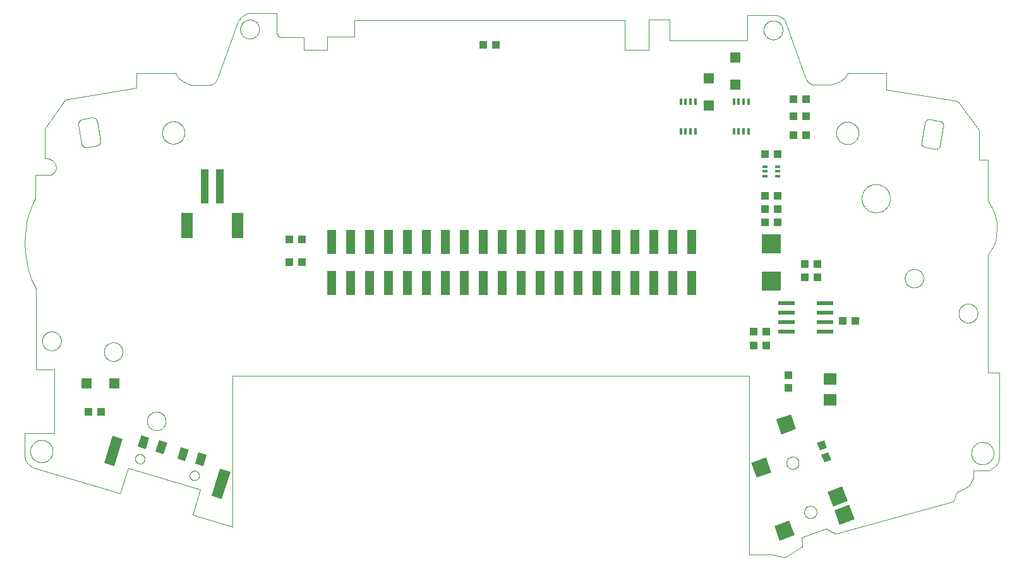
<source format=gbp>
G75*
%MOIN*%
%OFA0B0*%
%FSLAX25Y25*%
%IPPOS*%
%LPD*%
%AMOC8*
5,1,8,0,0,1.08239X$1,22.5*
%
%ADD10C,0.00000*%
%ADD11R,0.04331X0.03937*%
%ADD12R,0.05000X0.12500*%
%ADD13R,0.04500X0.06300*%
%ADD14R,0.05800X0.15000*%
%ADD15R,0.01378X0.03543*%
%ADD16R,0.05512X0.05512*%
%ADD17R,0.03150X0.01378*%
%ADD18R,0.08300X0.08300*%
%ADD19R,0.03937X0.18110*%
%ADD20R,0.06299X0.13386*%
%ADD21R,0.09843X0.10039*%
%ADD22R,0.07087X0.06299*%
%ADD23R,0.08661X0.02362*%
%ADD24R,0.03937X0.04331*%
D10*
X0012302Y0049630D02*
X0058595Y0035783D01*
X0063045Y0049233D01*
X0101103Y0037846D01*
X0097188Y0024403D01*
X0117930Y0018090D01*
X0117930Y0097690D01*
X0390870Y0097690D01*
X0390870Y0003378D01*
X0403473Y0003378D01*
X0403975Y0003312D02*
X0408625Y0002088D01*
X0410221Y0002343D02*
X0417983Y0007370D01*
X0418055Y0007419D01*
X0418125Y0007471D01*
X0418193Y0007526D01*
X0418258Y0007584D01*
X0418321Y0007645D01*
X0418380Y0007709D01*
X0418437Y0007775D01*
X0418492Y0007843D01*
X0418543Y0007914D01*
X0418591Y0007987D01*
X0418635Y0008062D01*
X0418677Y0008138D01*
X0418715Y0008217D01*
X0418749Y0008297D01*
X0418780Y0008379D01*
X0418808Y0008461D01*
X0418832Y0008545D01*
X0418852Y0008630D01*
X0418868Y0008716D01*
X0418881Y0008802D01*
X0418890Y0008889D01*
X0418895Y0008976D01*
X0418896Y0009063D01*
X0418893Y0009150D01*
X0418887Y0009237D01*
X0418877Y0009324D01*
X0418421Y0012607D01*
X0431137Y0017261D01*
X0436537Y0014608D01*
X0498428Y0031413D01*
X0498773Y0032197D01*
X0500524Y0036480D01*
X0504089Y0038115D01*
X0506643Y0039804D01*
X0508209Y0042029D01*
X0508992Y0044172D01*
X0508992Y0047913D01*
X0517365Y0047913D01*
X0520266Y0049924D01*
X0522178Y0051968D01*
X0522816Y0055034D01*
X0522816Y0099617D01*
X0516706Y0099617D01*
X0516706Y0161850D01*
X0518684Y0164734D01*
X0520374Y0167948D01*
X0521074Y0171327D01*
X0521404Y0176231D01*
X0521404Y0178662D01*
X0520374Y0183030D01*
X0518519Y0187398D01*
X0516720Y0189788D01*
X0516720Y0211736D01*
X0512231Y0211736D01*
X0512231Y0227654D01*
X0500899Y0242829D01*
X0462944Y0248835D01*
X0462944Y0257405D01*
X0442876Y0257405D01*
X0441310Y0255222D01*
X0439127Y0253491D01*
X0436242Y0252131D01*
X0433605Y0251472D01*
X0424169Y0251472D01*
X0422191Y0252626D01*
X0420914Y0254315D01*
X0410355Y0283262D01*
X0409376Y0285734D01*
X0407110Y0287640D01*
X0405204Y0288309D01*
X0389597Y0288309D01*
X0389597Y0274967D01*
X0348592Y0274967D01*
X0348592Y0285719D01*
X0337647Y0285719D01*
X0337647Y0269816D01*
X0325092Y0269816D01*
X0325092Y0285479D01*
X0182443Y0285479D01*
X0182450Y0276744D01*
X0168204Y0276744D01*
X0168204Y0269986D01*
X0155677Y0269986D01*
X0155677Y0276670D01*
X0143349Y0276670D01*
X0141964Y0277329D01*
X0141371Y0278648D01*
X0141371Y0289076D01*
X0125899Y0289076D01*
X0122932Y0287552D01*
X0120954Y0285286D01*
X0110084Y0254534D01*
X0109106Y0252989D01*
X0107200Y0251649D01*
X0105140Y0251139D01*
X0096476Y0251139D01*
X0095599Y0251424D01*
X0092055Y0253196D01*
X0089377Y0255256D01*
X0088141Y0257523D01*
X0067579Y0257523D01*
X0067579Y0249694D01*
X0029711Y0243613D01*
X0018944Y0228117D01*
X0018944Y0212930D01*
X0021027Y0212561D01*
X0023111Y0211453D01*
X0024588Y0210134D01*
X0024957Y0207919D01*
X0024772Y0206126D01*
X0023586Y0204570D01*
X0022161Y0204005D01*
X0014233Y0204005D01*
X0014233Y0191901D01*
X0014090Y0191551D01*
X0012837Y0188749D01*
X0011123Y0184563D01*
X0009640Y0180640D01*
X0008618Y0172893D01*
X0008288Y0167520D01*
X0009046Y0160136D01*
X0010398Y0153510D01*
X0012112Y0148400D01*
X0014423Y0143884D01*
X0014423Y0101097D01*
X0024176Y0101097D01*
X0024176Y0067634D01*
X0008549Y0067634D01*
X0008549Y0055693D01*
X0008825Y0053944D01*
X0010242Y0051433D01*
X0012302Y0049630D01*
X0011381Y0058065D02*
X0011383Y0058218D01*
X0011389Y0058372D01*
X0011399Y0058525D01*
X0011413Y0058677D01*
X0011431Y0058830D01*
X0011453Y0058981D01*
X0011478Y0059132D01*
X0011508Y0059283D01*
X0011542Y0059433D01*
X0011579Y0059581D01*
X0011620Y0059729D01*
X0011665Y0059875D01*
X0011714Y0060021D01*
X0011767Y0060165D01*
X0011823Y0060307D01*
X0011883Y0060448D01*
X0011947Y0060588D01*
X0012014Y0060726D01*
X0012085Y0060862D01*
X0012160Y0060996D01*
X0012237Y0061128D01*
X0012319Y0061258D01*
X0012403Y0061386D01*
X0012491Y0061512D01*
X0012582Y0061635D01*
X0012676Y0061756D01*
X0012774Y0061874D01*
X0012874Y0061990D01*
X0012978Y0062103D01*
X0013084Y0062214D01*
X0013193Y0062322D01*
X0013305Y0062427D01*
X0013419Y0062528D01*
X0013537Y0062627D01*
X0013656Y0062723D01*
X0013778Y0062816D01*
X0013903Y0062905D01*
X0014030Y0062992D01*
X0014159Y0063074D01*
X0014290Y0063154D01*
X0014423Y0063230D01*
X0014558Y0063303D01*
X0014695Y0063372D01*
X0014834Y0063437D01*
X0014974Y0063499D01*
X0015116Y0063557D01*
X0015259Y0063612D01*
X0015404Y0063663D01*
X0015550Y0063710D01*
X0015697Y0063753D01*
X0015845Y0063792D01*
X0015994Y0063828D01*
X0016144Y0063859D01*
X0016295Y0063887D01*
X0016446Y0063911D01*
X0016599Y0063931D01*
X0016751Y0063947D01*
X0016904Y0063959D01*
X0017057Y0063967D01*
X0017210Y0063971D01*
X0017364Y0063971D01*
X0017517Y0063967D01*
X0017670Y0063959D01*
X0017823Y0063947D01*
X0017975Y0063931D01*
X0018128Y0063911D01*
X0018279Y0063887D01*
X0018430Y0063859D01*
X0018580Y0063828D01*
X0018729Y0063792D01*
X0018877Y0063753D01*
X0019024Y0063710D01*
X0019170Y0063663D01*
X0019315Y0063612D01*
X0019458Y0063557D01*
X0019600Y0063499D01*
X0019740Y0063437D01*
X0019879Y0063372D01*
X0020016Y0063303D01*
X0020151Y0063230D01*
X0020284Y0063154D01*
X0020415Y0063074D01*
X0020544Y0062992D01*
X0020671Y0062905D01*
X0020796Y0062816D01*
X0020918Y0062723D01*
X0021037Y0062627D01*
X0021155Y0062528D01*
X0021269Y0062427D01*
X0021381Y0062322D01*
X0021490Y0062214D01*
X0021596Y0062103D01*
X0021700Y0061990D01*
X0021800Y0061874D01*
X0021898Y0061756D01*
X0021992Y0061635D01*
X0022083Y0061512D01*
X0022171Y0061386D01*
X0022255Y0061258D01*
X0022337Y0061128D01*
X0022414Y0060996D01*
X0022489Y0060862D01*
X0022560Y0060726D01*
X0022627Y0060588D01*
X0022691Y0060448D01*
X0022751Y0060307D01*
X0022807Y0060165D01*
X0022860Y0060021D01*
X0022909Y0059875D01*
X0022954Y0059729D01*
X0022995Y0059581D01*
X0023032Y0059433D01*
X0023066Y0059283D01*
X0023096Y0059132D01*
X0023121Y0058981D01*
X0023143Y0058830D01*
X0023161Y0058677D01*
X0023175Y0058525D01*
X0023185Y0058372D01*
X0023191Y0058218D01*
X0023193Y0058065D01*
X0023191Y0057912D01*
X0023185Y0057758D01*
X0023175Y0057605D01*
X0023161Y0057453D01*
X0023143Y0057300D01*
X0023121Y0057149D01*
X0023096Y0056998D01*
X0023066Y0056847D01*
X0023032Y0056697D01*
X0022995Y0056549D01*
X0022954Y0056401D01*
X0022909Y0056255D01*
X0022860Y0056109D01*
X0022807Y0055965D01*
X0022751Y0055823D01*
X0022691Y0055682D01*
X0022627Y0055542D01*
X0022560Y0055404D01*
X0022489Y0055268D01*
X0022414Y0055134D01*
X0022337Y0055002D01*
X0022255Y0054872D01*
X0022171Y0054744D01*
X0022083Y0054618D01*
X0021992Y0054495D01*
X0021898Y0054374D01*
X0021800Y0054256D01*
X0021700Y0054140D01*
X0021596Y0054027D01*
X0021490Y0053916D01*
X0021381Y0053808D01*
X0021269Y0053703D01*
X0021155Y0053602D01*
X0021037Y0053503D01*
X0020918Y0053407D01*
X0020796Y0053314D01*
X0020671Y0053225D01*
X0020544Y0053138D01*
X0020415Y0053056D01*
X0020284Y0052976D01*
X0020151Y0052900D01*
X0020016Y0052827D01*
X0019879Y0052758D01*
X0019740Y0052693D01*
X0019600Y0052631D01*
X0019458Y0052573D01*
X0019315Y0052518D01*
X0019170Y0052467D01*
X0019024Y0052420D01*
X0018877Y0052377D01*
X0018729Y0052338D01*
X0018580Y0052302D01*
X0018430Y0052271D01*
X0018279Y0052243D01*
X0018128Y0052219D01*
X0017975Y0052199D01*
X0017823Y0052183D01*
X0017670Y0052171D01*
X0017517Y0052163D01*
X0017364Y0052159D01*
X0017210Y0052159D01*
X0017057Y0052163D01*
X0016904Y0052171D01*
X0016751Y0052183D01*
X0016599Y0052199D01*
X0016446Y0052219D01*
X0016295Y0052243D01*
X0016144Y0052271D01*
X0015994Y0052302D01*
X0015845Y0052338D01*
X0015697Y0052377D01*
X0015550Y0052420D01*
X0015404Y0052467D01*
X0015259Y0052518D01*
X0015116Y0052573D01*
X0014974Y0052631D01*
X0014834Y0052693D01*
X0014695Y0052758D01*
X0014558Y0052827D01*
X0014423Y0052900D01*
X0014290Y0052976D01*
X0014159Y0053056D01*
X0014030Y0053138D01*
X0013903Y0053225D01*
X0013778Y0053314D01*
X0013656Y0053407D01*
X0013537Y0053503D01*
X0013419Y0053602D01*
X0013305Y0053703D01*
X0013193Y0053808D01*
X0013084Y0053916D01*
X0012978Y0054027D01*
X0012874Y0054140D01*
X0012774Y0054256D01*
X0012676Y0054374D01*
X0012582Y0054495D01*
X0012491Y0054618D01*
X0012403Y0054744D01*
X0012319Y0054872D01*
X0012237Y0055002D01*
X0012160Y0055134D01*
X0012085Y0055268D01*
X0012014Y0055404D01*
X0011947Y0055542D01*
X0011883Y0055682D01*
X0011823Y0055823D01*
X0011767Y0055965D01*
X0011714Y0056109D01*
X0011665Y0056255D01*
X0011620Y0056401D01*
X0011579Y0056549D01*
X0011542Y0056697D01*
X0011508Y0056847D01*
X0011478Y0056998D01*
X0011453Y0057149D01*
X0011431Y0057300D01*
X0011413Y0057453D01*
X0011399Y0057605D01*
X0011389Y0057758D01*
X0011383Y0057912D01*
X0011381Y0058065D01*
X0066767Y0053998D02*
X0066769Y0054097D01*
X0066775Y0054197D01*
X0066785Y0054296D01*
X0066799Y0054394D01*
X0066816Y0054492D01*
X0066838Y0054589D01*
X0066863Y0054685D01*
X0066892Y0054780D01*
X0066925Y0054874D01*
X0066962Y0054966D01*
X0067002Y0055057D01*
X0067046Y0055146D01*
X0067094Y0055234D01*
X0067145Y0055319D01*
X0067199Y0055402D01*
X0067256Y0055484D01*
X0067317Y0055562D01*
X0067381Y0055639D01*
X0067447Y0055712D01*
X0067517Y0055783D01*
X0067589Y0055851D01*
X0067664Y0055917D01*
X0067742Y0055979D01*
X0067822Y0056038D01*
X0067904Y0056094D01*
X0067988Y0056146D01*
X0068075Y0056195D01*
X0068163Y0056241D01*
X0068253Y0056283D01*
X0068345Y0056322D01*
X0068438Y0056357D01*
X0068532Y0056388D01*
X0068628Y0056415D01*
X0068725Y0056438D01*
X0068822Y0056458D01*
X0068920Y0056474D01*
X0069019Y0056486D01*
X0069118Y0056494D01*
X0069217Y0056498D01*
X0069317Y0056498D01*
X0069416Y0056494D01*
X0069515Y0056486D01*
X0069614Y0056474D01*
X0069712Y0056458D01*
X0069809Y0056438D01*
X0069906Y0056415D01*
X0070002Y0056388D01*
X0070096Y0056357D01*
X0070189Y0056322D01*
X0070281Y0056283D01*
X0070371Y0056241D01*
X0070459Y0056195D01*
X0070546Y0056146D01*
X0070630Y0056094D01*
X0070712Y0056038D01*
X0070792Y0055979D01*
X0070870Y0055917D01*
X0070945Y0055851D01*
X0071017Y0055783D01*
X0071087Y0055712D01*
X0071153Y0055639D01*
X0071217Y0055562D01*
X0071278Y0055484D01*
X0071335Y0055402D01*
X0071389Y0055319D01*
X0071440Y0055234D01*
X0071488Y0055146D01*
X0071532Y0055057D01*
X0071572Y0054966D01*
X0071609Y0054874D01*
X0071642Y0054780D01*
X0071671Y0054685D01*
X0071696Y0054589D01*
X0071718Y0054492D01*
X0071735Y0054394D01*
X0071749Y0054296D01*
X0071759Y0054197D01*
X0071765Y0054097D01*
X0071767Y0053998D01*
X0071765Y0053899D01*
X0071759Y0053799D01*
X0071749Y0053700D01*
X0071735Y0053602D01*
X0071718Y0053504D01*
X0071696Y0053407D01*
X0071671Y0053311D01*
X0071642Y0053216D01*
X0071609Y0053122D01*
X0071572Y0053030D01*
X0071532Y0052939D01*
X0071488Y0052850D01*
X0071440Y0052762D01*
X0071389Y0052677D01*
X0071335Y0052594D01*
X0071278Y0052512D01*
X0071217Y0052434D01*
X0071153Y0052357D01*
X0071087Y0052284D01*
X0071017Y0052213D01*
X0070945Y0052145D01*
X0070870Y0052079D01*
X0070792Y0052017D01*
X0070712Y0051958D01*
X0070630Y0051902D01*
X0070546Y0051850D01*
X0070459Y0051801D01*
X0070371Y0051755D01*
X0070281Y0051713D01*
X0070189Y0051674D01*
X0070096Y0051639D01*
X0070002Y0051608D01*
X0069906Y0051581D01*
X0069809Y0051558D01*
X0069712Y0051538D01*
X0069614Y0051522D01*
X0069515Y0051510D01*
X0069416Y0051502D01*
X0069317Y0051498D01*
X0069217Y0051498D01*
X0069118Y0051502D01*
X0069019Y0051510D01*
X0068920Y0051522D01*
X0068822Y0051538D01*
X0068725Y0051558D01*
X0068628Y0051581D01*
X0068532Y0051608D01*
X0068438Y0051639D01*
X0068345Y0051674D01*
X0068253Y0051713D01*
X0068163Y0051755D01*
X0068075Y0051801D01*
X0067988Y0051850D01*
X0067904Y0051902D01*
X0067822Y0051958D01*
X0067742Y0052017D01*
X0067664Y0052079D01*
X0067589Y0052145D01*
X0067517Y0052213D01*
X0067447Y0052284D01*
X0067381Y0052357D01*
X0067317Y0052434D01*
X0067256Y0052512D01*
X0067199Y0052594D01*
X0067145Y0052677D01*
X0067094Y0052762D01*
X0067046Y0052850D01*
X0067002Y0052939D01*
X0066962Y0053030D01*
X0066925Y0053122D01*
X0066892Y0053216D01*
X0066863Y0053311D01*
X0066838Y0053407D01*
X0066816Y0053504D01*
X0066799Y0053602D01*
X0066785Y0053700D01*
X0066775Y0053799D01*
X0066769Y0053899D01*
X0066767Y0053998D01*
X0095457Y0045227D02*
X0095459Y0045326D01*
X0095465Y0045426D01*
X0095475Y0045525D01*
X0095489Y0045623D01*
X0095506Y0045721D01*
X0095528Y0045818D01*
X0095553Y0045914D01*
X0095582Y0046009D01*
X0095615Y0046103D01*
X0095652Y0046195D01*
X0095692Y0046286D01*
X0095736Y0046375D01*
X0095784Y0046463D01*
X0095835Y0046548D01*
X0095889Y0046631D01*
X0095946Y0046713D01*
X0096007Y0046791D01*
X0096071Y0046868D01*
X0096137Y0046941D01*
X0096207Y0047012D01*
X0096279Y0047080D01*
X0096354Y0047146D01*
X0096432Y0047208D01*
X0096512Y0047267D01*
X0096594Y0047323D01*
X0096678Y0047375D01*
X0096765Y0047424D01*
X0096853Y0047470D01*
X0096943Y0047512D01*
X0097035Y0047551D01*
X0097128Y0047586D01*
X0097222Y0047617D01*
X0097318Y0047644D01*
X0097415Y0047667D01*
X0097512Y0047687D01*
X0097610Y0047703D01*
X0097709Y0047715D01*
X0097808Y0047723D01*
X0097907Y0047727D01*
X0098007Y0047727D01*
X0098106Y0047723D01*
X0098205Y0047715D01*
X0098304Y0047703D01*
X0098402Y0047687D01*
X0098499Y0047667D01*
X0098596Y0047644D01*
X0098692Y0047617D01*
X0098786Y0047586D01*
X0098879Y0047551D01*
X0098971Y0047512D01*
X0099061Y0047470D01*
X0099149Y0047424D01*
X0099236Y0047375D01*
X0099320Y0047323D01*
X0099402Y0047267D01*
X0099482Y0047208D01*
X0099560Y0047146D01*
X0099635Y0047080D01*
X0099707Y0047012D01*
X0099777Y0046941D01*
X0099843Y0046868D01*
X0099907Y0046791D01*
X0099968Y0046713D01*
X0100025Y0046631D01*
X0100079Y0046548D01*
X0100130Y0046463D01*
X0100178Y0046375D01*
X0100222Y0046286D01*
X0100262Y0046195D01*
X0100299Y0046103D01*
X0100332Y0046009D01*
X0100361Y0045914D01*
X0100386Y0045818D01*
X0100408Y0045721D01*
X0100425Y0045623D01*
X0100439Y0045525D01*
X0100449Y0045426D01*
X0100455Y0045326D01*
X0100457Y0045227D01*
X0100455Y0045128D01*
X0100449Y0045028D01*
X0100439Y0044929D01*
X0100425Y0044831D01*
X0100408Y0044733D01*
X0100386Y0044636D01*
X0100361Y0044540D01*
X0100332Y0044445D01*
X0100299Y0044351D01*
X0100262Y0044259D01*
X0100222Y0044168D01*
X0100178Y0044079D01*
X0100130Y0043991D01*
X0100079Y0043906D01*
X0100025Y0043823D01*
X0099968Y0043741D01*
X0099907Y0043663D01*
X0099843Y0043586D01*
X0099777Y0043513D01*
X0099707Y0043442D01*
X0099635Y0043374D01*
X0099560Y0043308D01*
X0099482Y0043246D01*
X0099402Y0043187D01*
X0099320Y0043131D01*
X0099236Y0043079D01*
X0099149Y0043030D01*
X0099061Y0042984D01*
X0098971Y0042942D01*
X0098879Y0042903D01*
X0098786Y0042868D01*
X0098692Y0042837D01*
X0098596Y0042810D01*
X0098499Y0042787D01*
X0098402Y0042767D01*
X0098304Y0042751D01*
X0098205Y0042739D01*
X0098106Y0042731D01*
X0098007Y0042727D01*
X0097907Y0042727D01*
X0097808Y0042731D01*
X0097709Y0042739D01*
X0097610Y0042751D01*
X0097512Y0042767D01*
X0097415Y0042787D01*
X0097318Y0042810D01*
X0097222Y0042837D01*
X0097128Y0042868D01*
X0097035Y0042903D01*
X0096943Y0042942D01*
X0096853Y0042984D01*
X0096765Y0043030D01*
X0096678Y0043079D01*
X0096594Y0043131D01*
X0096512Y0043187D01*
X0096432Y0043246D01*
X0096354Y0043308D01*
X0096279Y0043374D01*
X0096207Y0043442D01*
X0096137Y0043513D01*
X0096071Y0043586D01*
X0096007Y0043663D01*
X0095946Y0043741D01*
X0095889Y0043823D01*
X0095835Y0043906D01*
X0095784Y0043991D01*
X0095736Y0044079D01*
X0095692Y0044168D01*
X0095652Y0044259D01*
X0095615Y0044351D01*
X0095582Y0044445D01*
X0095553Y0044540D01*
X0095528Y0044636D01*
X0095506Y0044733D01*
X0095489Y0044831D01*
X0095475Y0044929D01*
X0095465Y0045028D01*
X0095459Y0045128D01*
X0095457Y0045227D01*
X0073045Y0073956D02*
X0073047Y0074096D01*
X0073053Y0074236D01*
X0073063Y0074375D01*
X0073077Y0074514D01*
X0073095Y0074653D01*
X0073116Y0074791D01*
X0073142Y0074929D01*
X0073172Y0075066D01*
X0073205Y0075201D01*
X0073243Y0075336D01*
X0073284Y0075470D01*
X0073329Y0075603D01*
X0073377Y0075734D01*
X0073430Y0075863D01*
X0073486Y0075992D01*
X0073545Y0076118D01*
X0073609Y0076243D01*
X0073675Y0076366D01*
X0073746Y0076487D01*
X0073819Y0076606D01*
X0073896Y0076723D01*
X0073977Y0076837D01*
X0074060Y0076949D01*
X0074147Y0077059D01*
X0074237Y0077167D01*
X0074329Y0077271D01*
X0074425Y0077373D01*
X0074524Y0077473D01*
X0074625Y0077569D01*
X0074729Y0077663D01*
X0074836Y0077753D01*
X0074945Y0077840D01*
X0075057Y0077925D01*
X0075171Y0078006D01*
X0075287Y0078084D01*
X0075405Y0078158D01*
X0075526Y0078229D01*
X0075648Y0078297D01*
X0075773Y0078361D01*
X0075899Y0078422D01*
X0076026Y0078479D01*
X0076156Y0078532D01*
X0076287Y0078582D01*
X0076419Y0078627D01*
X0076552Y0078670D01*
X0076687Y0078708D01*
X0076822Y0078742D01*
X0076959Y0078773D01*
X0077096Y0078800D01*
X0077234Y0078822D01*
X0077373Y0078841D01*
X0077512Y0078856D01*
X0077651Y0078867D01*
X0077791Y0078874D01*
X0077931Y0078877D01*
X0078071Y0078876D01*
X0078211Y0078871D01*
X0078350Y0078862D01*
X0078490Y0078849D01*
X0078629Y0078832D01*
X0078767Y0078811D01*
X0078905Y0078787D01*
X0079042Y0078758D01*
X0079178Y0078726D01*
X0079313Y0078689D01*
X0079447Y0078649D01*
X0079580Y0078605D01*
X0079711Y0078557D01*
X0079841Y0078506D01*
X0079970Y0078451D01*
X0080097Y0078392D01*
X0080222Y0078329D01*
X0080345Y0078264D01*
X0080467Y0078194D01*
X0080586Y0078121D01*
X0080704Y0078045D01*
X0080819Y0077966D01*
X0080932Y0077883D01*
X0081042Y0077797D01*
X0081150Y0077708D01*
X0081255Y0077616D01*
X0081358Y0077521D01*
X0081458Y0077423D01*
X0081555Y0077323D01*
X0081649Y0077219D01*
X0081741Y0077113D01*
X0081829Y0077005D01*
X0081914Y0076894D01*
X0081996Y0076780D01*
X0082075Y0076664D01*
X0082150Y0076547D01*
X0082222Y0076427D01*
X0082290Y0076305D01*
X0082355Y0076181D01*
X0082417Y0076055D01*
X0082475Y0075928D01*
X0082529Y0075799D01*
X0082580Y0075668D01*
X0082626Y0075536D01*
X0082669Y0075403D01*
X0082709Y0075269D01*
X0082744Y0075134D01*
X0082776Y0074997D01*
X0082803Y0074860D01*
X0082827Y0074722D01*
X0082847Y0074584D01*
X0082863Y0074445D01*
X0082875Y0074305D01*
X0082883Y0074166D01*
X0082887Y0074026D01*
X0082887Y0073886D01*
X0082883Y0073746D01*
X0082875Y0073607D01*
X0082863Y0073467D01*
X0082847Y0073328D01*
X0082827Y0073190D01*
X0082803Y0073052D01*
X0082776Y0072915D01*
X0082744Y0072778D01*
X0082709Y0072643D01*
X0082669Y0072509D01*
X0082626Y0072376D01*
X0082580Y0072244D01*
X0082529Y0072113D01*
X0082475Y0071984D01*
X0082417Y0071857D01*
X0082355Y0071731D01*
X0082290Y0071607D01*
X0082222Y0071485D01*
X0082150Y0071365D01*
X0082075Y0071248D01*
X0081996Y0071132D01*
X0081914Y0071018D01*
X0081829Y0070907D01*
X0081741Y0070799D01*
X0081649Y0070693D01*
X0081555Y0070589D01*
X0081458Y0070489D01*
X0081358Y0070391D01*
X0081255Y0070296D01*
X0081150Y0070204D01*
X0081042Y0070115D01*
X0080932Y0070029D01*
X0080819Y0069946D01*
X0080704Y0069867D01*
X0080586Y0069791D01*
X0080467Y0069718D01*
X0080345Y0069648D01*
X0080222Y0069583D01*
X0080097Y0069520D01*
X0079970Y0069461D01*
X0079841Y0069406D01*
X0079711Y0069355D01*
X0079580Y0069307D01*
X0079447Y0069263D01*
X0079313Y0069223D01*
X0079178Y0069186D01*
X0079042Y0069154D01*
X0078905Y0069125D01*
X0078767Y0069101D01*
X0078629Y0069080D01*
X0078490Y0069063D01*
X0078350Y0069050D01*
X0078211Y0069041D01*
X0078071Y0069036D01*
X0077931Y0069035D01*
X0077791Y0069038D01*
X0077651Y0069045D01*
X0077512Y0069056D01*
X0077373Y0069071D01*
X0077234Y0069090D01*
X0077096Y0069112D01*
X0076959Y0069139D01*
X0076822Y0069170D01*
X0076687Y0069204D01*
X0076552Y0069242D01*
X0076419Y0069285D01*
X0076287Y0069330D01*
X0076156Y0069380D01*
X0076026Y0069433D01*
X0075899Y0069490D01*
X0075773Y0069551D01*
X0075648Y0069615D01*
X0075526Y0069683D01*
X0075405Y0069754D01*
X0075287Y0069828D01*
X0075171Y0069906D01*
X0075057Y0069987D01*
X0074945Y0070072D01*
X0074836Y0070159D01*
X0074729Y0070249D01*
X0074625Y0070343D01*
X0074524Y0070439D01*
X0074425Y0070539D01*
X0074329Y0070641D01*
X0074237Y0070745D01*
X0074147Y0070853D01*
X0074060Y0070963D01*
X0073977Y0071075D01*
X0073896Y0071189D01*
X0073819Y0071306D01*
X0073746Y0071425D01*
X0073675Y0071546D01*
X0073609Y0071669D01*
X0073545Y0071794D01*
X0073486Y0071920D01*
X0073430Y0072049D01*
X0073377Y0072178D01*
X0073329Y0072309D01*
X0073284Y0072442D01*
X0073243Y0072576D01*
X0073205Y0072711D01*
X0073172Y0072846D01*
X0073142Y0072983D01*
X0073116Y0073121D01*
X0073095Y0073259D01*
X0073077Y0073398D01*
X0073063Y0073537D01*
X0073053Y0073676D01*
X0073047Y0073816D01*
X0073045Y0073956D01*
X0050286Y0110519D02*
X0050288Y0110659D01*
X0050294Y0110799D01*
X0050304Y0110938D01*
X0050318Y0111077D01*
X0050336Y0111216D01*
X0050357Y0111354D01*
X0050383Y0111492D01*
X0050413Y0111629D01*
X0050446Y0111764D01*
X0050484Y0111899D01*
X0050525Y0112033D01*
X0050570Y0112166D01*
X0050618Y0112297D01*
X0050671Y0112426D01*
X0050727Y0112555D01*
X0050786Y0112681D01*
X0050850Y0112806D01*
X0050916Y0112929D01*
X0050987Y0113050D01*
X0051060Y0113169D01*
X0051137Y0113286D01*
X0051218Y0113400D01*
X0051301Y0113512D01*
X0051388Y0113622D01*
X0051478Y0113730D01*
X0051570Y0113834D01*
X0051666Y0113936D01*
X0051765Y0114036D01*
X0051866Y0114132D01*
X0051970Y0114226D01*
X0052077Y0114316D01*
X0052186Y0114403D01*
X0052298Y0114488D01*
X0052412Y0114569D01*
X0052528Y0114647D01*
X0052646Y0114721D01*
X0052767Y0114792D01*
X0052889Y0114860D01*
X0053014Y0114924D01*
X0053140Y0114985D01*
X0053267Y0115042D01*
X0053397Y0115095D01*
X0053528Y0115145D01*
X0053660Y0115190D01*
X0053793Y0115233D01*
X0053928Y0115271D01*
X0054063Y0115305D01*
X0054200Y0115336D01*
X0054337Y0115363D01*
X0054475Y0115385D01*
X0054614Y0115404D01*
X0054753Y0115419D01*
X0054892Y0115430D01*
X0055032Y0115437D01*
X0055172Y0115440D01*
X0055312Y0115439D01*
X0055452Y0115434D01*
X0055591Y0115425D01*
X0055731Y0115412D01*
X0055870Y0115395D01*
X0056008Y0115374D01*
X0056146Y0115350D01*
X0056283Y0115321D01*
X0056419Y0115289D01*
X0056554Y0115252D01*
X0056688Y0115212D01*
X0056821Y0115168D01*
X0056952Y0115120D01*
X0057082Y0115069D01*
X0057211Y0115014D01*
X0057338Y0114955D01*
X0057463Y0114892D01*
X0057586Y0114827D01*
X0057708Y0114757D01*
X0057827Y0114684D01*
X0057945Y0114608D01*
X0058060Y0114529D01*
X0058173Y0114446D01*
X0058283Y0114360D01*
X0058391Y0114271D01*
X0058496Y0114179D01*
X0058599Y0114084D01*
X0058699Y0113986D01*
X0058796Y0113886D01*
X0058890Y0113782D01*
X0058982Y0113676D01*
X0059070Y0113568D01*
X0059155Y0113457D01*
X0059237Y0113343D01*
X0059316Y0113227D01*
X0059391Y0113110D01*
X0059463Y0112990D01*
X0059531Y0112868D01*
X0059596Y0112744D01*
X0059658Y0112618D01*
X0059716Y0112491D01*
X0059770Y0112362D01*
X0059821Y0112231D01*
X0059867Y0112099D01*
X0059910Y0111966D01*
X0059950Y0111832D01*
X0059985Y0111697D01*
X0060017Y0111560D01*
X0060044Y0111423D01*
X0060068Y0111285D01*
X0060088Y0111147D01*
X0060104Y0111008D01*
X0060116Y0110868D01*
X0060124Y0110729D01*
X0060128Y0110589D01*
X0060128Y0110449D01*
X0060124Y0110309D01*
X0060116Y0110170D01*
X0060104Y0110030D01*
X0060088Y0109891D01*
X0060068Y0109753D01*
X0060044Y0109615D01*
X0060017Y0109478D01*
X0059985Y0109341D01*
X0059950Y0109206D01*
X0059910Y0109072D01*
X0059867Y0108939D01*
X0059821Y0108807D01*
X0059770Y0108676D01*
X0059716Y0108547D01*
X0059658Y0108420D01*
X0059596Y0108294D01*
X0059531Y0108170D01*
X0059463Y0108048D01*
X0059391Y0107928D01*
X0059316Y0107811D01*
X0059237Y0107695D01*
X0059155Y0107581D01*
X0059070Y0107470D01*
X0058982Y0107362D01*
X0058890Y0107256D01*
X0058796Y0107152D01*
X0058699Y0107052D01*
X0058599Y0106954D01*
X0058496Y0106859D01*
X0058391Y0106767D01*
X0058283Y0106678D01*
X0058173Y0106592D01*
X0058060Y0106509D01*
X0057945Y0106430D01*
X0057827Y0106354D01*
X0057708Y0106281D01*
X0057586Y0106211D01*
X0057463Y0106146D01*
X0057338Y0106083D01*
X0057211Y0106024D01*
X0057082Y0105969D01*
X0056952Y0105918D01*
X0056821Y0105870D01*
X0056688Y0105826D01*
X0056554Y0105786D01*
X0056419Y0105749D01*
X0056283Y0105717D01*
X0056146Y0105688D01*
X0056008Y0105664D01*
X0055870Y0105643D01*
X0055731Y0105626D01*
X0055591Y0105613D01*
X0055452Y0105604D01*
X0055312Y0105599D01*
X0055172Y0105598D01*
X0055032Y0105601D01*
X0054892Y0105608D01*
X0054753Y0105619D01*
X0054614Y0105634D01*
X0054475Y0105653D01*
X0054337Y0105675D01*
X0054200Y0105702D01*
X0054063Y0105733D01*
X0053928Y0105767D01*
X0053793Y0105805D01*
X0053660Y0105848D01*
X0053528Y0105893D01*
X0053397Y0105943D01*
X0053267Y0105996D01*
X0053140Y0106053D01*
X0053014Y0106114D01*
X0052889Y0106178D01*
X0052767Y0106246D01*
X0052646Y0106317D01*
X0052528Y0106391D01*
X0052412Y0106469D01*
X0052298Y0106550D01*
X0052186Y0106635D01*
X0052077Y0106722D01*
X0051970Y0106812D01*
X0051866Y0106906D01*
X0051765Y0107002D01*
X0051666Y0107102D01*
X0051570Y0107204D01*
X0051478Y0107308D01*
X0051388Y0107416D01*
X0051301Y0107526D01*
X0051218Y0107638D01*
X0051137Y0107752D01*
X0051060Y0107869D01*
X0050987Y0107988D01*
X0050916Y0108109D01*
X0050850Y0108232D01*
X0050786Y0108357D01*
X0050727Y0108483D01*
X0050671Y0108612D01*
X0050618Y0108741D01*
X0050570Y0108872D01*
X0050525Y0109005D01*
X0050484Y0109139D01*
X0050446Y0109274D01*
X0050413Y0109409D01*
X0050383Y0109546D01*
X0050357Y0109684D01*
X0050336Y0109822D01*
X0050318Y0109961D01*
X0050304Y0110100D01*
X0050294Y0110239D01*
X0050288Y0110379D01*
X0050286Y0110519D01*
X0017664Y0116245D02*
X0017666Y0116386D01*
X0017672Y0116527D01*
X0017682Y0116667D01*
X0017696Y0116807D01*
X0017714Y0116947D01*
X0017735Y0117086D01*
X0017761Y0117225D01*
X0017790Y0117363D01*
X0017824Y0117499D01*
X0017861Y0117635D01*
X0017902Y0117770D01*
X0017947Y0117904D01*
X0017996Y0118036D01*
X0018048Y0118167D01*
X0018104Y0118296D01*
X0018164Y0118423D01*
X0018227Y0118549D01*
X0018293Y0118673D01*
X0018364Y0118796D01*
X0018437Y0118916D01*
X0018514Y0119034D01*
X0018594Y0119150D01*
X0018678Y0119263D01*
X0018764Y0119374D01*
X0018854Y0119483D01*
X0018947Y0119589D01*
X0019042Y0119692D01*
X0019141Y0119793D01*
X0019242Y0119891D01*
X0019346Y0119986D01*
X0019453Y0120078D01*
X0019562Y0120167D01*
X0019674Y0120252D01*
X0019788Y0120335D01*
X0019904Y0120415D01*
X0020023Y0120491D01*
X0020144Y0120563D01*
X0020266Y0120633D01*
X0020391Y0120698D01*
X0020517Y0120761D01*
X0020645Y0120819D01*
X0020775Y0120874D01*
X0020906Y0120926D01*
X0021039Y0120973D01*
X0021173Y0121017D01*
X0021308Y0121058D01*
X0021444Y0121094D01*
X0021581Y0121126D01*
X0021719Y0121155D01*
X0021857Y0121180D01*
X0021997Y0121200D01*
X0022137Y0121217D01*
X0022277Y0121230D01*
X0022418Y0121239D01*
X0022558Y0121244D01*
X0022699Y0121245D01*
X0022840Y0121242D01*
X0022981Y0121235D01*
X0023121Y0121224D01*
X0023261Y0121209D01*
X0023401Y0121190D01*
X0023540Y0121168D01*
X0023678Y0121141D01*
X0023816Y0121111D01*
X0023952Y0121076D01*
X0024088Y0121038D01*
X0024222Y0120996D01*
X0024356Y0120950D01*
X0024488Y0120901D01*
X0024618Y0120847D01*
X0024747Y0120790D01*
X0024874Y0120730D01*
X0025000Y0120666D01*
X0025123Y0120598D01*
X0025245Y0120527D01*
X0025365Y0120453D01*
X0025482Y0120375D01*
X0025597Y0120294D01*
X0025710Y0120210D01*
X0025821Y0120123D01*
X0025929Y0120032D01*
X0026034Y0119939D01*
X0026137Y0119842D01*
X0026237Y0119743D01*
X0026334Y0119641D01*
X0026428Y0119536D01*
X0026519Y0119429D01*
X0026607Y0119319D01*
X0026692Y0119207D01*
X0026774Y0119092D01*
X0026853Y0118975D01*
X0026928Y0118856D01*
X0027000Y0118735D01*
X0027068Y0118612D01*
X0027133Y0118487D01*
X0027195Y0118360D01*
X0027252Y0118231D01*
X0027307Y0118101D01*
X0027357Y0117970D01*
X0027404Y0117837D01*
X0027447Y0117703D01*
X0027486Y0117567D01*
X0027521Y0117431D01*
X0027553Y0117294D01*
X0027580Y0117156D01*
X0027604Y0117017D01*
X0027624Y0116877D01*
X0027640Y0116737D01*
X0027652Y0116597D01*
X0027660Y0116456D01*
X0027664Y0116315D01*
X0027664Y0116175D01*
X0027660Y0116034D01*
X0027652Y0115893D01*
X0027640Y0115753D01*
X0027624Y0115613D01*
X0027604Y0115473D01*
X0027580Y0115334D01*
X0027553Y0115196D01*
X0027521Y0115059D01*
X0027486Y0114923D01*
X0027447Y0114787D01*
X0027404Y0114653D01*
X0027357Y0114520D01*
X0027307Y0114389D01*
X0027252Y0114259D01*
X0027195Y0114130D01*
X0027133Y0114003D01*
X0027068Y0113878D01*
X0027000Y0113755D01*
X0026928Y0113634D01*
X0026853Y0113515D01*
X0026774Y0113398D01*
X0026692Y0113283D01*
X0026607Y0113171D01*
X0026519Y0113061D01*
X0026428Y0112954D01*
X0026334Y0112849D01*
X0026237Y0112747D01*
X0026137Y0112648D01*
X0026034Y0112551D01*
X0025929Y0112458D01*
X0025821Y0112367D01*
X0025710Y0112280D01*
X0025597Y0112196D01*
X0025482Y0112115D01*
X0025365Y0112037D01*
X0025245Y0111963D01*
X0025123Y0111892D01*
X0025000Y0111824D01*
X0024874Y0111760D01*
X0024747Y0111700D01*
X0024618Y0111643D01*
X0024488Y0111589D01*
X0024356Y0111540D01*
X0024222Y0111494D01*
X0024088Y0111452D01*
X0023952Y0111414D01*
X0023816Y0111379D01*
X0023678Y0111349D01*
X0023540Y0111322D01*
X0023401Y0111300D01*
X0023261Y0111281D01*
X0023121Y0111266D01*
X0022981Y0111255D01*
X0022840Y0111248D01*
X0022699Y0111245D01*
X0022558Y0111246D01*
X0022418Y0111251D01*
X0022277Y0111260D01*
X0022137Y0111273D01*
X0021997Y0111290D01*
X0021857Y0111310D01*
X0021719Y0111335D01*
X0021581Y0111364D01*
X0021444Y0111396D01*
X0021308Y0111432D01*
X0021173Y0111473D01*
X0021039Y0111517D01*
X0020906Y0111564D01*
X0020775Y0111616D01*
X0020645Y0111671D01*
X0020517Y0111729D01*
X0020391Y0111792D01*
X0020266Y0111857D01*
X0020144Y0111927D01*
X0020023Y0111999D01*
X0019904Y0112075D01*
X0019788Y0112155D01*
X0019674Y0112238D01*
X0019562Y0112323D01*
X0019453Y0112412D01*
X0019346Y0112504D01*
X0019242Y0112599D01*
X0019141Y0112697D01*
X0019042Y0112798D01*
X0018947Y0112901D01*
X0018854Y0113007D01*
X0018764Y0113116D01*
X0018678Y0113227D01*
X0018594Y0113340D01*
X0018514Y0113456D01*
X0018437Y0113574D01*
X0018364Y0113694D01*
X0018293Y0113817D01*
X0018227Y0113941D01*
X0018164Y0114067D01*
X0018104Y0114194D01*
X0018048Y0114323D01*
X0017996Y0114454D01*
X0017947Y0114586D01*
X0017902Y0114720D01*
X0017861Y0114855D01*
X0017824Y0114991D01*
X0017790Y0115127D01*
X0017761Y0115265D01*
X0017735Y0115404D01*
X0017714Y0115543D01*
X0017696Y0115683D01*
X0017682Y0115823D01*
X0017672Y0115963D01*
X0017666Y0116104D01*
X0017664Y0116245D01*
X0041425Y0218445D02*
X0046349Y0219313D01*
X0046445Y0219332D01*
X0046541Y0219355D01*
X0046635Y0219381D01*
X0046729Y0219411D01*
X0046821Y0219445D01*
X0046912Y0219482D01*
X0047001Y0219523D01*
X0047089Y0219568D01*
X0047174Y0219615D01*
X0047258Y0219667D01*
X0047340Y0219721D01*
X0047420Y0219778D01*
X0047497Y0219839D01*
X0047572Y0219903D01*
X0047644Y0219969D01*
X0047713Y0220038D01*
X0047780Y0220110D01*
X0047844Y0220185D01*
X0047905Y0220262D01*
X0047963Y0220341D01*
X0048018Y0220423D01*
X0048069Y0220506D01*
X0048117Y0220592D01*
X0048162Y0220679D01*
X0048203Y0220768D01*
X0048241Y0220859D01*
X0048275Y0220951D01*
X0048306Y0221044D01*
X0048333Y0221138D01*
X0048356Y0221234D01*
X0048375Y0221330D01*
X0048391Y0221427D01*
X0048402Y0221525D01*
X0048410Y0221622D01*
X0048414Y0221720D01*
X0048415Y0221819D01*
X0048411Y0221917D01*
X0048403Y0222015D01*
X0048392Y0222112D01*
X0048377Y0222209D01*
X0046640Y0232057D01*
X0046621Y0232153D01*
X0046598Y0232249D01*
X0046572Y0232343D01*
X0046542Y0232437D01*
X0046508Y0232529D01*
X0046471Y0232620D01*
X0046430Y0232709D01*
X0046385Y0232797D01*
X0046338Y0232882D01*
X0046286Y0232966D01*
X0046232Y0233048D01*
X0046175Y0233128D01*
X0046114Y0233205D01*
X0046050Y0233280D01*
X0045984Y0233352D01*
X0045915Y0233421D01*
X0045843Y0233488D01*
X0045768Y0233552D01*
X0045691Y0233613D01*
X0045612Y0233671D01*
X0045530Y0233726D01*
X0045447Y0233777D01*
X0045361Y0233825D01*
X0045274Y0233870D01*
X0045185Y0233911D01*
X0045094Y0233949D01*
X0045002Y0233983D01*
X0044909Y0234014D01*
X0044815Y0234041D01*
X0044719Y0234064D01*
X0044623Y0234083D01*
X0044526Y0234099D01*
X0044428Y0234110D01*
X0044331Y0234118D01*
X0044233Y0234122D01*
X0044134Y0234123D01*
X0044036Y0234119D01*
X0043938Y0234111D01*
X0043841Y0234100D01*
X0043744Y0234085D01*
X0038820Y0233217D01*
X0038724Y0233198D01*
X0038628Y0233175D01*
X0038534Y0233149D01*
X0038440Y0233119D01*
X0038348Y0233085D01*
X0038257Y0233048D01*
X0038168Y0233007D01*
X0038080Y0232962D01*
X0037995Y0232915D01*
X0037911Y0232863D01*
X0037829Y0232809D01*
X0037749Y0232752D01*
X0037672Y0232691D01*
X0037597Y0232627D01*
X0037525Y0232561D01*
X0037456Y0232492D01*
X0037389Y0232420D01*
X0037325Y0232345D01*
X0037264Y0232268D01*
X0037206Y0232189D01*
X0037151Y0232107D01*
X0037100Y0232024D01*
X0037052Y0231938D01*
X0037007Y0231851D01*
X0036966Y0231762D01*
X0036928Y0231671D01*
X0036894Y0231579D01*
X0036863Y0231486D01*
X0036836Y0231391D01*
X0036813Y0231296D01*
X0036794Y0231200D01*
X0036778Y0231103D01*
X0036767Y0231005D01*
X0036759Y0230908D01*
X0036755Y0230810D01*
X0036754Y0230711D01*
X0036758Y0230613D01*
X0036766Y0230515D01*
X0036777Y0230418D01*
X0036792Y0230321D01*
X0038529Y0220473D01*
X0038548Y0220377D01*
X0038571Y0220281D01*
X0038597Y0220187D01*
X0038627Y0220093D01*
X0038661Y0220001D01*
X0038698Y0219910D01*
X0038739Y0219821D01*
X0038784Y0219733D01*
X0038831Y0219648D01*
X0038883Y0219564D01*
X0038937Y0219482D01*
X0038994Y0219402D01*
X0039055Y0219325D01*
X0039119Y0219250D01*
X0039185Y0219178D01*
X0039254Y0219109D01*
X0039326Y0219042D01*
X0039401Y0218978D01*
X0039478Y0218917D01*
X0039557Y0218859D01*
X0039639Y0218804D01*
X0039722Y0218753D01*
X0039808Y0218705D01*
X0039895Y0218660D01*
X0039984Y0218619D01*
X0040075Y0218581D01*
X0040167Y0218547D01*
X0040260Y0218516D01*
X0040354Y0218489D01*
X0040450Y0218466D01*
X0040546Y0218447D01*
X0040643Y0218431D01*
X0040741Y0218420D01*
X0040838Y0218412D01*
X0040936Y0218408D01*
X0041035Y0218407D01*
X0041133Y0218411D01*
X0041231Y0218419D01*
X0041328Y0218430D01*
X0041425Y0218445D01*
X0081008Y0226182D02*
X0081010Y0226335D01*
X0081016Y0226489D01*
X0081026Y0226642D01*
X0081040Y0226794D01*
X0081058Y0226947D01*
X0081080Y0227098D01*
X0081105Y0227249D01*
X0081135Y0227400D01*
X0081169Y0227550D01*
X0081206Y0227698D01*
X0081247Y0227846D01*
X0081292Y0227992D01*
X0081341Y0228138D01*
X0081394Y0228282D01*
X0081450Y0228424D01*
X0081510Y0228565D01*
X0081574Y0228705D01*
X0081641Y0228843D01*
X0081712Y0228979D01*
X0081787Y0229113D01*
X0081864Y0229245D01*
X0081946Y0229375D01*
X0082030Y0229503D01*
X0082118Y0229629D01*
X0082209Y0229752D01*
X0082303Y0229873D01*
X0082401Y0229991D01*
X0082501Y0230107D01*
X0082605Y0230220D01*
X0082711Y0230331D01*
X0082820Y0230439D01*
X0082932Y0230544D01*
X0083046Y0230645D01*
X0083164Y0230744D01*
X0083283Y0230840D01*
X0083405Y0230933D01*
X0083530Y0231022D01*
X0083657Y0231109D01*
X0083786Y0231191D01*
X0083917Y0231271D01*
X0084050Y0231347D01*
X0084185Y0231420D01*
X0084322Y0231489D01*
X0084461Y0231554D01*
X0084601Y0231616D01*
X0084743Y0231674D01*
X0084886Y0231729D01*
X0085031Y0231780D01*
X0085177Y0231827D01*
X0085324Y0231870D01*
X0085472Y0231909D01*
X0085621Y0231945D01*
X0085771Y0231976D01*
X0085922Y0232004D01*
X0086073Y0232028D01*
X0086226Y0232048D01*
X0086378Y0232064D01*
X0086531Y0232076D01*
X0086684Y0232084D01*
X0086837Y0232088D01*
X0086991Y0232088D01*
X0087144Y0232084D01*
X0087297Y0232076D01*
X0087450Y0232064D01*
X0087602Y0232048D01*
X0087755Y0232028D01*
X0087906Y0232004D01*
X0088057Y0231976D01*
X0088207Y0231945D01*
X0088356Y0231909D01*
X0088504Y0231870D01*
X0088651Y0231827D01*
X0088797Y0231780D01*
X0088942Y0231729D01*
X0089085Y0231674D01*
X0089227Y0231616D01*
X0089367Y0231554D01*
X0089506Y0231489D01*
X0089643Y0231420D01*
X0089778Y0231347D01*
X0089911Y0231271D01*
X0090042Y0231191D01*
X0090171Y0231109D01*
X0090298Y0231022D01*
X0090423Y0230933D01*
X0090545Y0230840D01*
X0090664Y0230744D01*
X0090782Y0230645D01*
X0090896Y0230544D01*
X0091008Y0230439D01*
X0091117Y0230331D01*
X0091223Y0230220D01*
X0091327Y0230107D01*
X0091427Y0229991D01*
X0091525Y0229873D01*
X0091619Y0229752D01*
X0091710Y0229629D01*
X0091798Y0229503D01*
X0091882Y0229375D01*
X0091964Y0229245D01*
X0092041Y0229113D01*
X0092116Y0228979D01*
X0092187Y0228843D01*
X0092254Y0228705D01*
X0092318Y0228565D01*
X0092378Y0228424D01*
X0092434Y0228282D01*
X0092487Y0228138D01*
X0092536Y0227992D01*
X0092581Y0227846D01*
X0092622Y0227698D01*
X0092659Y0227550D01*
X0092693Y0227400D01*
X0092723Y0227249D01*
X0092748Y0227098D01*
X0092770Y0226947D01*
X0092788Y0226794D01*
X0092802Y0226642D01*
X0092812Y0226489D01*
X0092818Y0226335D01*
X0092820Y0226182D01*
X0092818Y0226029D01*
X0092812Y0225875D01*
X0092802Y0225722D01*
X0092788Y0225570D01*
X0092770Y0225417D01*
X0092748Y0225266D01*
X0092723Y0225115D01*
X0092693Y0224964D01*
X0092659Y0224814D01*
X0092622Y0224666D01*
X0092581Y0224518D01*
X0092536Y0224372D01*
X0092487Y0224226D01*
X0092434Y0224082D01*
X0092378Y0223940D01*
X0092318Y0223799D01*
X0092254Y0223659D01*
X0092187Y0223521D01*
X0092116Y0223385D01*
X0092041Y0223251D01*
X0091964Y0223119D01*
X0091882Y0222989D01*
X0091798Y0222861D01*
X0091710Y0222735D01*
X0091619Y0222612D01*
X0091525Y0222491D01*
X0091427Y0222373D01*
X0091327Y0222257D01*
X0091223Y0222144D01*
X0091117Y0222033D01*
X0091008Y0221925D01*
X0090896Y0221820D01*
X0090782Y0221719D01*
X0090664Y0221620D01*
X0090545Y0221524D01*
X0090423Y0221431D01*
X0090298Y0221342D01*
X0090171Y0221255D01*
X0090042Y0221173D01*
X0089911Y0221093D01*
X0089778Y0221017D01*
X0089643Y0220944D01*
X0089506Y0220875D01*
X0089367Y0220810D01*
X0089227Y0220748D01*
X0089085Y0220690D01*
X0088942Y0220635D01*
X0088797Y0220584D01*
X0088651Y0220537D01*
X0088504Y0220494D01*
X0088356Y0220455D01*
X0088207Y0220419D01*
X0088057Y0220388D01*
X0087906Y0220360D01*
X0087755Y0220336D01*
X0087602Y0220316D01*
X0087450Y0220300D01*
X0087297Y0220288D01*
X0087144Y0220280D01*
X0086991Y0220276D01*
X0086837Y0220276D01*
X0086684Y0220280D01*
X0086531Y0220288D01*
X0086378Y0220300D01*
X0086226Y0220316D01*
X0086073Y0220336D01*
X0085922Y0220360D01*
X0085771Y0220388D01*
X0085621Y0220419D01*
X0085472Y0220455D01*
X0085324Y0220494D01*
X0085177Y0220537D01*
X0085031Y0220584D01*
X0084886Y0220635D01*
X0084743Y0220690D01*
X0084601Y0220748D01*
X0084461Y0220810D01*
X0084322Y0220875D01*
X0084185Y0220944D01*
X0084050Y0221017D01*
X0083917Y0221093D01*
X0083786Y0221173D01*
X0083657Y0221255D01*
X0083530Y0221342D01*
X0083405Y0221431D01*
X0083283Y0221524D01*
X0083164Y0221620D01*
X0083046Y0221719D01*
X0082932Y0221820D01*
X0082820Y0221925D01*
X0082711Y0222033D01*
X0082605Y0222144D01*
X0082501Y0222257D01*
X0082401Y0222373D01*
X0082303Y0222491D01*
X0082209Y0222612D01*
X0082118Y0222735D01*
X0082030Y0222861D01*
X0081946Y0222989D01*
X0081864Y0223119D01*
X0081787Y0223251D01*
X0081712Y0223385D01*
X0081641Y0223521D01*
X0081574Y0223659D01*
X0081510Y0223799D01*
X0081450Y0223940D01*
X0081394Y0224082D01*
X0081341Y0224226D01*
X0081292Y0224372D01*
X0081247Y0224518D01*
X0081206Y0224666D01*
X0081169Y0224814D01*
X0081135Y0224964D01*
X0081105Y0225115D01*
X0081080Y0225266D01*
X0081058Y0225417D01*
X0081040Y0225570D01*
X0081026Y0225722D01*
X0081016Y0225875D01*
X0081010Y0226029D01*
X0081008Y0226182D01*
X0122224Y0280733D02*
X0122226Y0280874D01*
X0122232Y0281015D01*
X0122242Y0281155D01*
X0122256Y0281295D01*
X0122274Y0281435D01*
X0122295Y0281574D01*
X0122321Y0281713D01*
X0122350Y0281851D01*
X0122384Y0281987D01*
X0122421Y0282123D01*
X0122462Y0282258D01*
X0122507Y0282392D01*
X0122556Y0282524D01*
X0122608Y0282655D01*
X0122664Y0282784D01*
X0122724Y0282911D01*
X0122787Y0283037D01*
X0122853Y0283161D01*
X0122924Y0283284D01*
X0122997Y0283404D01*
X0123074Y0283522D01*
X0123154Y0283638D01*
X0123238Y0283751D01*
X0123324Y0283862D01*
X0123414Y0283971D01*
X0123507Y0284077D01*
X0123602Y0284180D01*
X0123701Y0284281D01*
X0123802Y0284379D01*
X0123906Y0284474D01*
X0124013Y0284566D01*
X0124122Y0284655D01*
X0124234Y0284740D01*
X0124348Y0284823D01*
X0124464Y0284903D01*
X0124583Y0284979D01*
X0124704Y0285051D01*
X0124826Y0285121D01*
X0124951Y0285186D01*
X0125077Y0285249D01*
X0125205Y0285307D01*
X0125335Y0285362D01*
X0125466Y0285414D01*
X0125599Y0285461D01*
X0125733Y0285505D01*
X0125868Y0285546D01*
X0126004Y0285582D01*
X0126141Y0285614D01*
X0126279Y0285643D01*
X0126417Y0285668D01*
X0126557Y0285688D01*
X0126697Y0285705D01*
X0126837Y0285718D01*
X0126978Y0285727D01*
X0127118Y0285732D01*
X0127259Y0285733D01*
X0127400Y0285730D01*
X0127541Y0285723D01*
X0127681Y0285712D01*
X0127821Y0285697D01*
X0127961Y0285678D01*
X0128100Y0285656D01*
X0128238Y0285629D01*
X0128376Y0285599D01*
X0128512Y0285564D01*
X0128648Y0285526D01*
X0128782Y0285484D01*
X0128916Y0285438D01*
X0129048Y0285389D01*
X0129178Y0285335D01*
X0129307Y0285278D01*
X0129434Y0285218D01*
X0129560Y0285154D01*
X0129683Y0285086D01*
X0129805Y0285015D01*
X0129925Y0284941D01*
X0130042Y0284863D01*
X0130157Y0284782D01*
X0130270Y0284698D01*
X0130381Y0284611D01*
X0130489Y0284520D01*
X0130594Y0284427D01*
X0130697Y0284330D01*
X0130797Y0284231D01*
X0130894Y0284129D01*
X0130988Y0284024D01*
X0131079Y0283917D01*
X0131167Y0283807D01*
X0131252Y0283695D01*
X0131334Y0283580D01*
X0131413Y0283463D01*
X0131488Y0283344D01*
X0131560Y0283223D01*
X0131628Y0283100D01*
X0131693Y0282975D01*
X0131755Y0282848D01*
X0131812Y0282719D01*
X0131867Y0282589D01*
X0131917Y0282458D01*
X0131964Y0282325D01*
X0132007Y0282191D01*
X0132046Y0282055D01*
X0132081Y0281919D01*
X0132113Y0281782D01*
X0132140Y0281644D01*
X0132164Y0281505D01*
X0132184Y0281365D01*
X0132200Y0281225D01*
X0132212Y0281085D01*
X0132220Y0280944D01*
X0132224Y0280803D01*
X0132224Y0280663D01*
X0132220Y0280522D01*
X0132212Y0280381D01*
X0132200Y0280241D01*
X0132184Y0280101D01*
X0132164Y0279961D01*
X0132140Y0279822D01*
X0132113Y0279684D01*
X0132081Y0279547D01*
X0132046Y0279411D01*
X0132007Y0279275D01*
X0131964Y0279141D01*
X0131917Y0279008D01*
X0131867Y0278877D01*
X0131812Y0278747D01*
X0131755Y0278618D01*
X0131693Y0278491D01*
X0131628Y0278366D01*
X0131560Y0278243D01*
X0131488Y0278122D01*
X0131413Y0278003D01*
X0131334Y0277886D01*
X0131252Y0277771D01*
X0131167Y0277659D01*
X0131079Y0277549D01*
X0130988Y0277442D01*
X0130894Y0277337D01*
X0130797Y0277235D01*
X0130697Y0277136D01*
X0130594Y0277039D01*
X0130489Y0276946D01*
X0130381Y0276855D01*
X0130270Y0276768D01*
X0130157Y0276684D01*
X0130042Y0276603D01*
X0129925Y0276525D01*
X0129805Y0276451D01*
X0129683Y0276380D01*
X0129560Y0276312D01*
X0129434Y0276248D01*
X0129307Y0276188D01*
X0129178Y0276131D01*
X0129048Y0276077D01*
X0128916Y0276028D01*
X0128782Y0275982D01*
X0128648Y0275940D01*
X0128512Y0275902D01*
X0128376Y0275867D01*
X0128238Y0275837D01*
X0128100Y0275810D01*
X0127961Y0275788D01*
X0127821Y0275769D01*
X0127681Y0275754D01*
X0127541Y0275743D01*
X0127400Y0275736D01*
X0127259Y0275733D01*
X0127118Y0275734D01*
X0126978Y0275739D01*
X0126837Y0275748D01*
X0126697Y0275761D01*
X0126557Y0275778D01*
X0126417Y0275798D01*
X0126279Y0275823D01*
X0126141Y0275852D01*
X0126004Y0275884D01*
X0125868Y0275920D01*
X0125733Y0275961D01*
X0125599Y0276005D01*
X0125466Y0276052D01*
X0125335Y0276104D01*
X0125205Y0276159D01*
X0125077Y0276217D01*
X0124951Y0276280D01*
X0124826Y0276345D01*
X0124704Y0276415D01*
X0124583Y0276487D01*
X0124464Y0276563D01*
X0124348Y0276643D01*
X0124234Y0276726D01*
X0124122Y0276811D01*
X0124013Y0276900D01*
X0123906Y0276992D01*
X0123802Y0277087D01*
X0123701Y0277185D01*
X0123602Y0277286D01*
X0123507Y0277389D01*
X0123414Y0277495D01*
X0123324Y0277604D01*
X0123238Y0277715D01*
X0123154Y0277828D01*
X0123074Y0277944D01*
X0122997Y0278062D01*
X0122924Y0278182D01*
X0122853Y0278305D01*
X0122787Y0278429D01*
X0122724Y0278555D01*
X0122664Y0278682D01*
X0122608Y0278811D01*
X0122556Y0278942D01*
X0122507Y0279074D01*
X0122462Y0279208D01*
X0122421Y0279343D01*
X0122384Y0279479D01*
X0122350Y0279615D01*
X0122321Y0279753D01*
X0122295Y0279892D01*
X0122274Y0280031D01*
X0122256Y0280171D01*
X0122242Y0280311D01*
X0122232Y0280451D01*
X0122226Y0280592D01*
X0122224Y0280733D01*
X0398390Y0280323D02*
X0398392Y0280464D01*
X0398398Y0280605D01*
X0398408Y0280745D01*
X0398422Y0280885D01*
X0398440Y0281025D01*
X0398461Y0281164D01*
X0398487Y0281303D01*
X0398516Y0281441D01*
X0398550Y0281577D01*
X0398587Y0281713D01*
X0398628Y0281848D01*
X0398673Y0281982D01*
X0398722Y0282114D01*
X0398774Y0282245D01*
X0398830Y0282374D01*
X0398890Y0282501D01*
X0398953Y0282627D01*
X0399019Y0282751D01*
X0399090Y0282874D01*
X0399163Y0282994D01*
X0399240Y0283112D01*
X0399320Y0283228D01*
X0399404Y0283341D01*
X0399490Y0283452D01*
X0399580Y0283561D01*
X0399673Y0283667D01*
X0399768Y0283770D01*
X0399867Y0283871D01*
X0399968Y0283969D01*
X0400072Y0284064D01*
X0400179Y0284156D01*
X0400288Y0284245D01*
X0400400Y0284330D01*
X0400514Y0284413D01*
X0400630Y0284493D01*
X0400749Y0284569D01*
X0400870Y0284641D01*
X0400992Y0284711D01*
X0401117Y0284776D01*
X0401243Y0284839D01*
X0401371Y0284897D01*
X0401501Y0284952D01*
X0401632Y0285004D01*
X0401765Y0285051D01*
X0401899Y0285095D01*
X0402034Y0285136D01*
X0402170Y0285172D01*
X0402307Y0285204D01*
X0402445Y0285233D01*
X0402583Y0285258D01*
X0402723Y0285278D01*
X0402863Y0285295D01*
X0403003Y0285308D01*
X0403144Y0285317D01*
X0403284Y0285322D01*
X0403425Y0285323D01*
X0403566Y0285320D01*
X0403707Y0285313D01*
X0403847Y0285302D01*
X0403987Y0285287D01*
X0404127Y0285268D01*
X0404266Y0285246D01*
X0404404Y0285219D01*
X0404542Y0285189D01*
X0404678Y0285154D01*
X0404814Y0285116D01*
X0404948Y0285074D01*
X0405082Y0285028D01*
X0405214Y0284979D01*
X0405344Y0284925D01*
X0405473Y0284868D01*
X0405600Y0284808D01*
X0405726Y0284744D01*
X0405849Y0284676D01*
X0405971Y0284605D01*
X0406091Y0284531D01*
X0406208Y0284453D01*
X0406323Y0284372D01*
X0406436Y0284288D01*
X0406547Y0284201D01*
X0406655Y0284110D01*
X0406760Y0284017D01*
X0406863Y0283920D01*
X0406963Y0283821D01*
X0407060Y0283719D01*
X0407154Y0283614D01*
X0407245Y0283507D01*
X0407333Y0283397D01*
X0407418Y0283285D01*
X0407500Y0283170D01*
X0407579Y0283053D01*
X0407654Y0282934D01*
X0407726Y0282813D01*
X0407794Y0282690D01*
X0407859Y0282565D01*
X0407921Y0282438D01*
X0407978Y0282309D01*
X0408033Y0282179D01*
X0408083Y0282048D01*
X0408130Y0281915D01*
X0408173Y0281781D01*
X0408212Y0281645D01*
X0408247Y0281509D01*
X0408279Y0281372D01*
X0408306Y0281234D01*
X0408330Y0281095D01*
X0408350Y0280955D01*
X0408366Y0280815D01*
X0408378Y0280675D01*
X0408386Y0280534D01*
X0408390Y0280393D01*
X0408390Y0280253D01*
X0408386Y0280112D01*
X0408378Y0279971D01*
X0408366Y0279831D01*
X0408350Y0279691D01*
X0408330Y0279551D01*
X0408306Y0279412D01*
X0408279Y0279274D01*
X0408247Y0279137D01*
X0408212Y0279001D01*
X0408173Y0278865D01*
X0408130Y0278731D01*
X0408083Y0278598D01*
X0408033Y0278467D01*
X0407978Y0278337D01*
X0407921Y0278208D01*
X0407859Y0278081D01*
X0407794Y0277956D01*
X0407726Y0277833D01*
X0407654Y0277712D01*
X0407579Y0277593D01*
X0407500Y0277476D01*
X0407418Y0277361D01*
X0407333Y0277249D01*
X0407245Y0277139D01*
X0407154Y0277032D01*
X0407060Y0276927D01*
X0406963Y0276825D01*
X0406863Y0276726D01*
X0406760Y0276629D01*
X0406655Y0276536D01*
X0406547Y0276445D01*
X0406436Y0276358D01*
X0406323Y0276274D01*
X0406208Y0276193D01*
X0406091Y0276115D01*
X0405971Y0276041D01*
X0405849Y0275970D01*
X0405726Y0275902D01*
X0405600Y0275838D01*
X0405473Y0275778D01*
X0405344Y0275721D01*
X0405214Y0275667D01*
X0405082Y0275618D01*
X0404948Y0275572D01*
X0404814Y0275530D01*
X0404678Y0275492D01*
X0404542Y0275457D01*
X0404404Y0275427D01*
X0404266Y0275400D01*
X0404127Y0275378D01*
X0403987Y0275359D01*
X0403847Y0275344D01*
X0403707Y0275333D01*
X0403566Y0275326D01*
X0403425Y0275323D01*
X0403284Y0275324D01*
X0403144Y0275329D01*
X0403003Y0275338D01*
X0402863Y0275351D01*
X0402723Y0275368D01*
X0402583Y0275388D01*
X0402445Y0275413D01*
X0402307Y0275442D01*
X0402170Y0275474D01*
X0402034Y0275510D01*
X0401899Y0275551D01*
X0401765Y0275595D01*
X0401632Y0275642D01*
X0401501Y0275694D01*
X0401371Y0275749D01*
X0401243Y0275807D01*
X0401117Y0275870D01*
X0400992Y0275935D01*
X0400870Y0276005D01*
X0400749Y0276077D01*
X0400630Y0276153D01*
X0400514Y0276233D01*
X0400400Y0276316D01*
X0400288Y0276401D01*
X0400179Y0276490D01*
X0400072Y0276582D01*
X0399968Y0276677D01*
X0399867Y0276775D01*
X0399768Y0276876D01*
X0399673Y0276979D01*
X0399580Y0277085D01*
X0399490Y0277194D01*
X0399404Y0277305D01*
X0399320Y0277418D01*
X0399240Y0277534D01*
X0399163Y0277652D01*
X0399090Y0277772D01*
X0399019Y0277895D01*
X0398953Y0278019D01*
X0398890Y0278145D01*
X0398830Y0278272D01*
X0398774Y0278401D01*
X0398722Y0278532D01*
X0398673Y0278664D01*
X0398628Y0278798D01*
X0398587Y0278933D01*
X0398550Y0279069D01*
X0398516Y0279205D01*
X0398487Y0279343D01*
X0398461Y0279482D01*
X0398440Y0279621D01*
X0398422Y0279761D01*
X0398408Y0279901D01*
X0398398Y0280041D01*
X0398392Y0280182D01*
X0398390Y0280323D01*
X0483376Y0231132D02*
X0481640Y0221284D01*
X0481625Y0221187D01*
X0481614Y0221090D01*
X0481606Y0220992D01*
X0481602Y0220894D01*
X0481603Y0220795D01*
X0481607Y0220697D01*
X0481615Y0220600D01*
X0481626Y0220502D01*
X0481642Y0220405D01*
X0481661Y0220309D01*
X0481684Y0220213D01*
X0481711Y0220119D01*
X0481742Y0220026D01*
X0481776Y0219934D01*
X0481814Y0219843D01*
X0481855Y0219754D01*
X0481900Y0219667D01*
X0481948Y0219581D01*
X0481999Y0219498D01*
X0482054Y0219416D01*
X0482112Y0219337D01*
X0482173Y0219260D01*
X0482237Y0219185D01*
X0482304Y0219113D01*
X0482373Y0219044D01*
X0482445Y0218978D01*
X0482520Y0218914D01*
X0482597Y0218853D01*
X0482677Y0218796D01*
X0482759Y0218742D01*
X0482843Y0218690D01*
X0482928Y0218643D01*
X0483016Y0218598D01*
X0483105Y0218557D01*
X0483196Y0218520D01*
X0483288Y0218486D01*
X0483382Y0218456D01*
X0483476Y0218430D01*
X0483572Y0218407D01*
X0483668Y0218388D01*
X0488592Y0217519D01*
X0488689Y0217504D01*
X0488786Y0217493D01*
X0488884Y0217485D01*
X0488982Y0217481D01*
X0489081Y0217482D01*
X0489179Y0217486D01*
X0489276Y0217494D01*
X0489374Y0217505D01*
X0489471Y0217521D01*
X0489567Y0217540D01*
X0489663Y0217563D01*
X0489757Y0217590D01*
X0489850Y0217621D01*
X0489942Y0217655D01*
X0490033Y0217693D01*
X0490122Y0217734D01*
X0490209Y0217779D01*
X0490295Y0217827D01*
X0490378Y0217878D01*
X0490460Y0217933D01*
X0490539Y0217991D01*
X0490616Y0218052D01*
X0490691Y0218116D01*
X0490763Y0218183D01*
X0490832Y0218252D01*
X0490898Y0218324D01*
X0490962Y0218399D01*
X0491023Y0218476D01*
X0491080Y0218556D01*
X0491134Y0218638D01*
X0491186Y0218722D01*
X0491233Y0218807D01*
X0491278Y0218895D01*
X0491319Y0218984D01*
X0491356Y0219075D01*
X0491390Y0219167D01*
X0491420Y0219261D01*
X0491446Y0219355D01*
X0491469Y0219451D01*
X0491488Y0219547D01*
X0493224Y0229395D01*
X0493239Y0229492D01*
X0493250Y0229589D01*
X0493258Y0229687D01*
X0493262Y0229785D01*
X0493261Y0229884D01*
X0493257Y0229982D01*
X0493249Y0230079D01*
X0493238Y0230177D01*
X0493222Y0230274D01*
X0493203Y0230370D01*
X0493180Y0230465D01*
X0493153Y0230560D01*
X0493122Y0230653D01*
X0493088Y0230745D01*
X0493050Y0230836D01*
X0493009Y0230925D01*
X0492964Y0231012D01*
X0492916Y0231098D01*
X0492865Y0231181D01*
X0492810Y0231263D01*
X0492752Y0231342D01*
X0492691Y0231419D01*
X0492627Y0231494D01*
X0492560Y0231566D01*
X0492491Y0231635D01*
X0492419Y0231701D01*
X0492344Y0231765D01*
X0492267Y0231826D01*
X0492187Y0231883D01*
X0492105Y0231937D01*
X0492021Y0231989D01*
X0491936Y0232036D01*
X0491848Y0232081D01*
X0491759Y0232122D01*
X0491668Y0232159D01*
X0491576Y0232193D01*
X0491482Y0232223D01*
X0491388Y0232249D01*
X0491292Y0232272D01*
X0491196Y0232291D01*
X0486272Y0233160D01*
X0486175Y0233175D01*
X0486078Y0233186D01*
X0485980Y0233194D01*
X0485882Y0233198D01*
X0485783Y0233197D01*
X0485685Y0233193D01*
X0485588Y0233185D01*
X0485490Y0233174D01*
X0485393Y0233158D01*
X0485297Y0233139D01*
X0485201Y0233116D01*
X0485107Y0233089D01*
X0485014Y0233058D01*
X0484922Y0233024D01*
X0484831Y0232986D01*
X0484742Y0232945D01*
X0484655Y0232900D01*
X0484569Y0232852D01*
X0484486Y0232801D01*
X0484404Y0232746D01*
X0484325Y0232688D01*
X0484248Y0232627D01*
X0484173Y0232563D01*
X0484101Y0232496D01*
X0484032Y0232427D01*
X0483966Y0232355D01*
X0483902Y0232280D01*
X0483841Y0232203D01*
X0483784Y0232123D01*
X0483730Y0232041D01*
X0483678Y0231957D01*
X0483631Y0231872D01*
X0483586Y0231784D01*
X0483545Y0231695D01*
X0483508Y0231604D01*
X0483474Y0231512D01*
X0483444Y0231418D01*
X0483418Y0231324D01*
X0483395Y0231228D01*
X0483376Y0231132D01*
X0436656Y0225964D02*
X0436658Y0226117D01*
X0436664Y0226271D01*
X0436674Y0226424D01*
X0436688Y0226576D01*
X0436706Y0226729D01*
X0436728Y0226880D01*
X0436753Y0227031D01*
X0436783Y0227182D01*
X0436817Y0227332D01*
X0436854Y0227480D01*
X0436895Y0227628D01*
X0436940Y0227774D01*
X0436989Y0227920D01*
X0437042Y0228064D01*
X0437098Y0228206D01*
X0437158Y0228347D01*
X0437222Y0228487D01*
X0437289Y0228625D01*
X0437360Y0228761D01*
X0437435Y0228895D01*
X0437512Y0229027D01*
X0437594Y0229157D01*
X0437678Y0229285D01*
X0437766Y0229411D01*
X0437857Y0229534D01*
X0437951Y0229655D01*
X0438049Y0229773D01*
X0438149Y0229889D01*
X0438253Y0230002D01*
X0438359Y0230113D01*
X0438468Y0230221D01*
X0438580Y0230326D01*
X0438694Y0230427D01*
X0438812Y0230526D01*
X0438931Y0230622D01*
X0439053Y0230715D01*
X0439178Y0230804D01*
X0439305Y0230891D01*
X0439434Y0230973D01*
X0439565Y0231053D01*
X0439698Y0231129D01*
X0439833Y0231202D01*
X0439970Y0231271D01*
X0440109Y0231336D01*
X0440249Y0231398D01*
X0440391Y0231456D01*
X0440534Y0231511D01*
X0440679Y0231562D01*
X0440825Y0231609D01*
X0440972Y0231652D01*
X0441120Y0231691D01*
X0441269Y0231727D01*
X0441419Y0231758D01*
X0441570Y0231786D01*
X0441721Y0231810D01*
X0441874Y0231830D01*
X0442026Y0231846D01*
X0442179Y0231858D01*
X0442332Y0231866D01*
X0442485Y0231870D01*
X0442639Y0231870D01*
X0442792Y0231866D01*
X0442945Y0231858D01*
X0443098Y0231846D01*
X0443250Y0231830D01*
X0443403Y0231810D01*
X0443554Y0231786D01*
X0443705Y0231758D01*
X0443855Y0231727D01*
X0444004Y0231691D01*
X0444152Y0231652D01*
X0444299Y0231609D01*
X0444445Y0231562D01*
X0444590Y0231511D01*
X0444733Y0231456D01*
X0444875Y0231398D01*
X0445015Y0231336D01*
X0445154Y0231271D01*
X0445291Y0231202D01*
X0445426Y0231129D01*
X0445559Y0231053D01*
X0445690Y0230973D01*
X0445819Y0230891D01*
X0445946Y0230804D01*
X0446071Y0230715D01*
X0446193Y0230622D01*
X0446312Y0230526D01*
X0446430Y0230427D01*
X0446544Y0230326D01*
X0446656Y0230221D01*
X0446765Y0230113D01*
X0446871Y0230002D01*
X0446975Y0229889D01*
X0447075Y0229773D01*
X0447173Y0229655D01*
X0447267Y0229534D01*
X0447358Y0229411D01*
X0447446Y0229285D01*
X0447530Y0229157D01*
X0447612Y0229027D01*
X0447689Y0228895D01*
X0447764Y0228761D01*
X0447835Y0228625D01*
X0447902Y0228487D01*
X0447966Y0228347D01*
X0448026Y0228206D01*
X0448082Y0228064D01*
X0448135Y0227920D01*
X0448184Y0227774D01*
X0448229Y0227628D01*
X0448270Y0227480D01*
X0448307Y0227332D01*
X0448341Y0227182D01*
X0448371Y0227031D01*
X0448396Y0226880D01*
X0448418Y0226729D01*
X0448436Y0226576D01*
X0448450Y0226424D01*
X0448460Y0226271D01*
X0448466Y0226117D01*
X0448468Y0225964D01*
X0448466Y0225811D01*
X0448460Y0225657D01*
X0448450Y0225504D01*
X0448436Y0225352D01*
X0448418Y0225199D01*
X0448396Y0225048D01*
X0448371Y0224897D01*
X0448341Y0224746D01*
X0448307Y0224596D01*
X0448270Y0224448D01*
X0448229Y0224300D01*
X0448184Y0224154D01*
X0448135Y0224008D01*
X0448082Y0223864D01*
X0448026Y0223722D01*
X0447966Y0223581D01*
X0447902Y0223441D01*
X0447835Y0223303D01*
X0447764Y0223167D01*
X0447689Y0223033D01*
X0447612Y0222901D01*
X0447530Y0222771D01*
X0447446Y0222643D01*
X0447358Y0222517D01*
X0447267Y0222394D01*
X0447173Y0222273D01*
X0447075Y0222155D01*
X0446975Y0222039D01*
X0446871Y0221926D01*
X0446765Y0221815D01*
X0446656Y0221707D01*
X0446544Y0221602D01*
X0446430Y0221501D01*
X0446312Y0221402D01*
X0446193Y0221306D01*
X0446071Y0221213D01*
X0445946Y0221124D01*
X0445819Y0221037D01*
X0445690Y0220955D01*
X0445559Y0220875D01*
X0445426Y0220799D01*
X0445291Y0220726D01*
X0445154Y0220657D01*
X0445015Y0220592D01*
X0444875Y0220530D01*
X0444733Y0220472D01*
X0444590Y0220417D01*
X0444445Y0220366D01*
X0444299Y0220319D01*
X0444152Y0220276D01*
X0444004Y0220237D01*
X0443855Y0220201D01*
X0443705Y0220170D01*
X0443554Y0220142D01*
X0443403Y0220118D01*
X0443250Y0220098D01*
X0443098Y0220082D01*
X0442945Y0220070D01*
X0442792Y0220062D01*
X0442639Y0220058D01*
X0442485Y0220058D01*
X0442332Y0220062D01*
X0442179Y0220070D01*
X0442026Y0220082D01*
X0441874Y0220098D01*
X0441721Y0220118D01*
X0441570Y0220142D01*
X0441419Y0220170D01*
X0441269Y0220201D01*
X0441120Y0220237D01*
X0440972Y0220276D01*
X0440825Y0220319D01*
X0440679Y0220366D01*
X0440534Y0220417D01*
X0440391Y0220472D01*
X0440249Y0220530D01*
X0440109Y0220592D01*
X0439970Y0220657D01*
X0439833Y0220726D01*
X0439698Y0220799D01*
X0439565Y0220875D01*
X0439434Y0220955D01*
X0439305Y0221037D01*
X0439178Y0221124D01*
X0439053Y0221213D01*
X0438931Y0221306D01*
X0438812Y0221402D01*
X0438694Y0221501D01*
X0438580Y0221602D01*
X0438468Y0221707D01*
X0438359Y0221815D01*
X0438253Y0221926D01*
X0438149Y0222039D01*
X0438049Y0222155D01*
X0437951Y0222273D01*
X0437857Y0222394D01*
X0437766Y0222517D01*
X0437678Y0222643D01*
X0437594Y0222771D01*
X0437512Y0222901D01*
X0437435Y0223033D01*
X0437360Y0223167D01*
X0437289Y0223303D01*
X0437222Y0223441D01*
X0437158Y0223581D01*
X0437098Y0223722D01*
X0437042Y0223864D01*
X0436989Y0224008D01*
X0436940Y0224154D01*
X0436895Y0224300D01*
X0436854Y0224448D01*
X0436817Y0224596D01*
X0436783Y0224746D01*
X0436753Y0224897D01*
X0436728Y0225048D01*
X0436706Y0225199D01*
X0436688Y0225352D01*
X0436674Y0225504D01*
X0436664Y0225657D01*
X0436658Y0225811D01*
X0436656Y0225964D01*
X0450142Y0191481D02*
X0450144Y0191665D01*
X0450151Y0191848D01*
X0450162Y0192031D01*
X0450178Y0192214D01*
X0450198Y0192397D01*
X0450223Y0192579D01*
X0450252Y0192760D01*
X0450286Y0192940D01*
X0450324Y0193120D01*
X0450366Y0193298D01*
X0450413Y0193476D01*
X0450464Y0193652D01*
X0450520Y0193827D01*
X0450579Y0194001D01*
X0450643Y0194173D01*
X0450711Y0194343D01*
X0450784Y0194512D01*
X0450860Y0194679D01*
X0450941Y0194844D01*
X0451025Y0195007D01*
X0451114Y0195168D01*
X0451206Y0195326D01*
X0451302Y0195483D01*
X0451403Y0195637D01*
X0451506Y0195788D01*
X0451614Y0195937D01*
X0451725Y0196083D01*
X0451840Y0196226D01*
X0451958Y0196367D01*
X0452080Y0196504D01*
X0452205Y0196639D01*
X0452333Y0196770D01*
X0452464Y0196898D01*
X0452599Y0197023D01*
X0452736Y0197145D01*
X0452877Y0197263D01*
X0453020Y0197378D01*
X0453166Y0197489D01*
X0453315Y0197597D01*
X0453466Y0197700D01*
X0453620Y0197801D01*
X0453777Y0197897D01*
X0453935Y0197989D01*
X0454096Y0198078D01*
X0454259Y0198162D01*
X0454424Y0198243D01*
X0454591Y0198319D01*
X0454760Y0198392D01*
X0454930Y0198460D01*
X0455102Y0198524D01*
X0455276Y0198583D01*
X0455451Y0198639D01*
X0455627Y0198690D01*
X0455805Y0198737D01*
X0455983Y0198779D01*
X0456163Y0198817D01*
X0456343Y0198851D01*
X0456524Y0198880D01*
X0456706Y0198905D01*
X0456889Y0198925D01*
X0457072Y0198941D01*
X0457255Y0198952D01*
X0457438Y0198959D01*
X0457622Y0198961D01*
X0457806Y0198959D01*
X0457989Y0198952D01*
X0458172Y0198941D01*
X0458355Y0198925D01*
X0458538Y0198905D01*
X0458720Y0198880D01*
X0458901Y0198851D01*
X0459081Y0198817D01*
X0459261Y0198779D01*
X0459439Y0198737D01*
X0459617Y0198690D01*
X0459793Y0198639D01*
X0459968Y0198583D01*
X0460142Y0198524D01*
X0460314Y0198460D01*
X0460484Y0198392D01*
X0460653Y0198319D01*
X0460820Y0198243D01*
X0460985Y0198162D01*
X0461148Y0198078D01*
X0461309Y0197989D01*
X0461467Y0197897D01*
X0461624Y0197801D01*
X0461778Y0197700D01*
X0461929Y0197597D01*
X0462078Y0197489D01*
X0462224Y0197378D01*
X0462367Y0197263D01*
X0462508Y0197145D01*
X0462645Y0197023D01*
X0462780Y0196898D01*
X0462911Y0196770D01*
X0463039Y0196639D01*
X0463164Y0196504D01*
X0463286Y0196367D01*
X0463404Y0196226D01*
X0463519Y0196083D01*
X0463630Y0195937D01*
X0463738Y0195788D01*
X0463841Y0195637D01*
X0463942Y0195483D01*
X0464038Y0195326D01*
X0464130Y0195168D01*
X0464219Y0195007D01*
X0464303Y0194844D01*
X0464384Y0194679D01*
X0464460Y0194512D01*
X0464533Y0194343D01*
X0464601Y0194173D01*
X0464665Y0194001D01*
X0464724Y0193827D01*
X0464780Y0193652D01*
X0464831Y0193476D01*
X0464878Y0193298D01*
X0464920Y0193120D01*
X0464958Y0192940D01*
X0464992Y0192760D01*
X0465021Y0192579D01*
X0465046Y0192397D01*
X0465066Y0192214D01*
X0465082Y0192031D01*
X0465093Y0191848D01*
X0465100Y0191665D01*
X0465102Y0191481D01*
X0465100Y0191297D01*
X0465093Y0191114D01*
X0465082Y0190931D01*
X0465066Y0190748D01*
X0465046Y0190565D01*
X0465021Y0190383D01*
X0464992Y0190202D01*
X0464958Y0190022D01*
X0464920Y0189842D01*
X0464878Y0189664D01*
X0464831Y0189486D01*
X0464780Y0189310D01*
X0464724Y0189135D01*
X0464665Y0188961D01*
X0464601Y0188789D01*
X0464533Y0188619D01*
X0464460Y0188450D01*
X0464384Y0188283D01*
X0464303Y0188118D01*
X0464219Y0187955D01*
X0464130Y0187794D01*
X0464038Y0187636D01*
X0463942Y0187479D01*
X0463841Y0187325D01*
X0463738Y0187174D01*
X0463630Y0187025D01*
X0463519Y0186879D01*
X0463404Y0186736D01*
X0463286Y0186595D01*
X0463164Y0186458D01*
X0463039Y0186323D01*
X0462911Y0186192D01*
X0462780Y0186064D01*
X0462645Y0185939D01*
X0462508Y0185817D01*
X0462367Y0185699D01*
X0462224Y0185584D01*
X0462078Y0185473D01*
X0461929Y0185365D01*
X0461778Y0185262D01*
X0461624Y0185161D01*
X0461467Y0185065D01*
X0461309Y0184973D01*
X0461148Y0184884D01*
X0460985Y0184800D01*
X0460820Y0184719D01*
X0460653Y0184643D01*
X0460484Y0184570D01*
X0460314Y0184502D01*
X0460142Y0184438D01*
X0459968Y0184379D01*
X0459793Y0184323D01*
X0459617Y0184272D01*
X0459439Y0184225D01*
X0459261Y0184183D01*
X0459081Y0184145D01*
X0458901Y0184111D01*
X0458720Y0184082D01*
X0458538Y0184057D01*
X0458355Y0184037D01*
X0458172Y0184021D01*
X0457989Y0184010D01*
X0457806Y0184003D01*
X0457622Y0184001D01*
X0457438Y0184003D01*
X0457255Y0184010D01*
X0457072Y0184021D01*
X0456889Y0184037D01*
X0456706Y0184057D01*
X0456524Y0184082D01*
X0456343Y0184111D01*
X0456163Y0184145D01*
X0455983Y0184183D01*
X0455805Y0184225D01*
X0455627Y0184272D01*
X0455451Y0184323D01*
X0455276Y0184379D01*
X0455102Y0184438D01*
X0454930Y0184502D01*
X0454760Y0184570D01*
X0454591Y0184643D01*
X0454424Y0184719D01*
X0454259Y0184800D01*
X0454096Y0184884D01*
X0453935Y0184973D01*
X0453777Y0185065D01*
X0453620Y0185161D01*
X0453466Y0185262D01*
X0453315Y0185365D01*
X0453166Y0185473D01*
X0453020Y0185584D01*
X0452877Y0185699D01*
X0452736Y0185817D01*
X0452599Y0185939D01*
X0452464Y0186064D01*
X0452333Y0186192D01*
X0452205Y0186323D01*
X0452080Y0186458D01*
X0451958Y0186595D01*
X0451840Y0186736D01*
X0451725Y0186879D01*
X0451614Y0187025D01*
X0451506Y0187174D01*
X0451403Y0187325D01*
X0451302Y0187479D01*
X0451206Y0187636D01*
X0451114Y0187794D01*
X0451025Y0187955D01*
X0450941Y0188118D01*
X0450860Y0188283D01*
X0450784Y0188450D01*
X0450711Y0188619D01*
X0450643Y0188789D01*
X0450579Y0188961D01*
X0450520Y0189135D01*
X0450464Y0189310D01*
X0450413Y0189486D01*
X0450366Y0189664D01*
X0450324Y0189842D01*
X0450286Y0190022D01*
X0450252Y0190202D01*
X0450223Y0190383D01*
X0450198Y0190565D01*
X0450178Y0190748D01*
X0450162Y0190931D01*
X0450151Y0191114D01*
X0450144Y0191297D01*
X0450142Y0191481D01*
X0472882Y0149283D02*
X0472884Y0149423D01*
X0472890Y0149563D01*
X0472900Y0149702D01*
X0472914Y0149841D01*
X0472932Y0149980D01*
X0472953Y0150118D01*
X0472979Y0150256D01*
X0473009Y0150393D01*
X0473042Y0150528D01*
X0473080Y0150663D01*
X0473121Y0150797D01*
X0473166Y0150930D01*
X0473214Y0151061D01*
X0473267Y0151190D01*
X0473323Y0151319D01*
X0473382Y0151445D01*
X0473446Y0151570D01*
X0473512Y0151693D01*
X0473583Y0151814D01*
X0473656Y0151933D01*
X0473733Y0152050D01*
X0473814Y0152164D01*
X0473897Y0152276D01*
X0473984Y0152386D01*
X0474074Y0152494D01*
X0474166Y0152598D01*
X0474262Y0152700D01*
X0474361Y0152800D01*
X0474462Y0152896D01*
X0474566Y0152990D01*
X0474673Y0153080D01*
X0474782Y0153167D01*
X0474894Y0153252D01*
X0475008Y0153333D01*
X0475124Y0153411D01*
X0475242Y0153485D01*
X0475363Y0153556D01*
X0475485Y0153624D01*
X0475610Y0153688D01*
X0475736Y0153749D01*
X0475863Y0153806D01*
X0475993Y0153859D01*
X0476124Y0153909D01*
X0476256Y0153954D01*
X0476389Y0153997D01*
X0476524Y0154035D01*
X0476659Y0154069D01*
X0476796Y0154100D01*
X0476933Y0154127D01*
X0477071Y0154149D01*
X0477210Y0154168D01*
X0477349Y0154183D01*
X0477488Y0154194D01*
X0477628Y0154201D01*
X0477768Y0154204D01*
X0477908Y0154203D01*
X0478048Y0154198D01*
X0478187Y0154189D01*
X0478327Y0154176D01*
X0478466Y0154159D01*
X0478604Y0154138D01*
X0478742Y0154114D01*
X0478879Y0154085D01*
X0479015Y0154053D01*
X0479150Y0154016D01*
X0479284Y0153976D01*
X0479417Y0153932D01*
X0479548Y0153884D01*
X0479678Y0153833D01*
X0479807Y0153778D01*
X0479934Y0153719D01*
X0480059Y0153656D01*
X0480182Y0153591D01*
X0480304Y0153521D01*
X0480423Y0153448D01*
X0480541Y0153372D01*
X0480656Y0153293D01*
X0480769Y0153210D01*
X0480879Y0153124D01*
X0480987Y0153035D01*
X0481092Y0152943D01*
X0481195Y0152848D01*
X0481295Y0152750D01*
X0481392Y0152650D01*
X0481486Y0152546D01*
X0481578Y0152440D01*
X0481666Y0152332D01*
X0481751Y0152221D01*
X0481833Y0152107D01*
X0481912Y0151991D01*
X0481987Y0151874D01*
X0482059Y0151754D01*
X0482127Y0151632D01*
X0482192Y0151508D01*
X0482254Y0151382D01*
X0482312Y0151255D01*
X0482366Y0151126D01*
X0482417Y0150995D01*
X0482463Y0150863D01*
X0482506Y0150730D01*
X0482546Y0150596D01*
X0482581Y0150461D01*
X0482613Y0150324D01*
X0482640Y0150187D01*
X0482664Y0150049D01*
X0482684Y0149911D01*
X0482700Y0149772D01*
X0482712Y0149632D01*
X0482720Y0149493D01*
X0482724Y0149353D01*
X0482724Y0149213D01*
X0482720Y0149073D01*
X0482712Y0148934D01*
X0482700Y0148794D01*
X0482684Y0148655D01*
X0482664Y0148517D01*
X0482640Y0148379D01*
X0482613Y0148242D01*
X0482581Y0148105D01*
X0482546Y0147970D01*
X0482506Y0147836D01*
X0482463Y0147703D01*
X0482417Y0147571D01*
X0482366Y0147440D01*
X0482312Y0147311D01*
X0482254Y0147184D01*
X0482192Y0147058D01*
X0482127Y0146934D01*
X0482059Y0146812D01*
X0481987Y0146692D01*
X0481912Y0146575D01*
X0481833Y0146459D01*
X0481751Y0146345D01*
X0481666Y0146234D01*
X0481578Y0146126D01*
X0481486Y0146020D01*
X0481392Y0145916D01*
X0481295Y0145816D01*
X0481195Y0145718D01*
X0481092Y0145623D01*
X0480987Y0145531D01*
X0480879Y0145442D01*
X0480769Y0145356D01*
X0480656Y0145273D01*
X0480541Y0145194D01*
X0480423Y0145118D01*
X0480304Y0145045D01*
X0480182Y0144975D01*
X0480059Y0144910D01*
X0479934Y0144847D01*
X0479807Y0144788D01*
X0479678Y0144733D01*
X0479548Y0144682D01*
X0479417Y0144634D01*
X0479284Y0144590D01*
X0479150Y0144550D01*
X0479015Y0144513D01*
X0478879Y0144481D01*
X0478742Y0144452D01*
X0478604Y0144428D01*
X0478466Y0144407D01*
X0478327Y0144390D01*
X0478187Y0144377D01*
X0478048Y0144368D01*
X0477908Y0144363D01*
X0477768Y0144362D01*
X0477628Y0144365D01*
X0477488Y0144372D01*
X0477349Y0144383D01*
X0477210Y0144398D01*
X0477071Y0144417D01*
X0476933Y0144439D01*
X0476796Y0144466D01*
X0476659Y0144497D01*
X0476524Y0144531D01*
X0476389Y0144569D01*
X0476256Y0144612D01*
X0476124Y0144657D01*
X0475993Y0144707D01*
X0475863Y0144760D01*
X0475736Y0144817D01*
X0475610Y0144878D01*
X0475485Y0144942D01*
X0475363Y0145010D01*
X0475242Y0145081D01*
X0475124Y0145155D01*
X0475008Y0145233D01*
X0474894Y0145314D01*
X0474782Y0145399D01*
X0474673Y0145486D01*
X0474566Y0145576D01*
X0474462Y0145670D01*
X0474361Y0145766D01*
X0474262Y0145866D01*
X0474166Y0145968D01*
X0474074Y0146072D01*
X0473984Y0146180D01*
X0473897Y0146290D01*
X0473814Y0146402D01*
X0473733Y0146516D01*
X0473656Y0146633D01*
X0473583Y0146752D01*
X0473512Y0146873D01*
X0473446Y0146996D01*
X0473382Y0147121D01*
X0473323Y0147247D01*
X0473267Y0147376D01*
X0473214Y0147505D01*
X0473166Y0147636D01*
X0473121Y0147769D01*
X0473080Y0147903D01*
X0473042Y0148038D01*
X0473009Y0148173D01*
X0472979Y0148310D01*
X0472953Y0148448D01*
X0472932Y0148586D01*
X0472914Y0148725D01*
X0472900Y0148864D01*
X0472890Y0149003D01*
X0472884Y0149143D01*
X0472882Y0149283D01*
X0501264Y0130857D02*
X0501266Y0130998D01*
X0501272Y0131139D01*
X0501282Y0131279D01*
X0501296Y0131419D01*
X0501314Y0131559D01*
X0501335Y0131698D01*
X0501361Y0131837D01*
X0501390Y0131975D01*
X0501424Y0132111D01*
X0501461Y0132247D01*
X0501502Y0132382D01*
X0501547Y0132516D01*
X0501596Y0132648D01*
X0501648Y0132779D01*
X0501704Y0132908D01*
X0501764Y0133035D01*
X0501827Y0133161D01*
X0501893Y0133285D01*
X0501964Y0133408D01*
X0502037Y0133528D01*
X0502114Y0133646D01*
X0502194Y0133762D01*
X0502278Y0133875D01*
X0502364Y0133986D01*
X0502454Y0134095D01*
X0502547Y0134201D01*
X0502642Y0134304D01*
X0502741Y0134405D01*
X0502842Y0134503D01*
X0502946Y0134598D01*
X0503053Y0134690D01*
X0503162Y0134779D01*
X0503274Y0134864D01*
X0503388Y0134947D01*
X0503504Y0135027D01*
X0503623Y0135103D01*
X0503744Y0135175D01*
X0503866Y0135245D01*
X0503991Y0135310D01*
X0504117Y0135373D01*
X0504245Y0135431D01*
X0504375Y0135486D01*
X0504506Y0135538D01*
X0504639Y0135585D01*
X0504773Y0135629D01*
X0504908Y0135670D01*
X0505044Y0135706D01*
X0505181Y0135738D01*
X0505319Y0135767D01*
X0505457Y0135792D01*
X0505597Y0135812D01*
X0505737Y0135829D01*
X0505877Y0135842D01*
X0506018Y0135851D01*
X0506158Y0135856D01*
X0506299Y0135857D01*
X0506440Y0135854D01*
X0506581Y0135847D01*
X0506721Y0135836D01*
X0506861Y0135821D01*
X0507001Y0135802D01*
X0507140Y0135780D01*
X0507278Y0135753D01*
X0507416Y0135723D01*
X0507552Y0135688D01*
X0507688Y0135650D01*
X0507822Y0135608D01*
X0507956Y0135562D01*
X0508088Y0135513D01*
X0508218Y0135459D01*
X0508347Y0135402D01*
X0508474Y0135342D01*
X0508600Y0135278D01*
X0508723Y0135210D01*
X0508845Y0135139D01*
X0508965Y0135065D01*
X0509082Y0134987D01*
X0509197Y0134906D01*
X0509310Y0134822D01*
X0509421Y0134735D01*
X0509529Y0134644D01*
X0509634Y0134551D01*
X0509737Y0134454D01*
X0509837Y0134355D01*
X0509934Y0134253D01*
X0510028Y0134148D01*
X0510119Y0134041D01*
X0510207Y0133931D01*
X0510292Y0133819D01*
X0510374Y0133704D01*
X0510453Y0133587D01*
X0510528Y0133468D01*
X0510600Y0133347D01*
X0510668Y0133224D01*
X0510733Y0133099D01*
X0510795Y0132972D01*
X0510852Y0132843D01*
X0510907Y0132713D01*
X0510957Y0132582D01*
X0511004Y0132449D01*
X0511047Y0132315D01*
X0511086Y0132179D01*
X0511121Y0132043D01*
X0511153Y0131906D01*
X0511180Y0131768D01*
X0511204Y0131629D01*
X0511224Y0131489D01*
X0511240Y0131349D01*
X0511252Y0131209D01*
X0511260Y0131068D01*
X0511264Y0130927D01*
X0511264Y0130787D01*
X0511260Y0130646D01*
X0511252Y0130505D01*
X0511240Y0130365D01*
X0511224Y0130225D01*
X0511204Y0130085D01*
X0511180Y0129946D01*
X0511153Y0129808D01*
X0511121Y0129671D01*
X0511086Y0129535D01*
X0511047Y0129399D01*
X0511004Y0129265D01*
X0510957Y0129132D01*
X0510907Y0129001D01*
X0510852Y0128871D01*
X0510795Y0128742D01*
X0510733Y0128615D01*
X0510668Y0128490D01*
X0510600Y0128367D01*
X0510528Y0128246D01*
X0510453Y0128127D01*
X0510374Y0128010D01*
X0510292Y0127895D01*
X0510207Y0127783D01*
X0510119Y0127673D01*
X0510028Y0127566D01*
X0509934Y0127461D01*
X0509837Y0127359D01*
X0509737Y0127260D01*
X0509634Y0127163D01*
X0509529Y0127070D01*
X0509421Y0126979D01*
X0509310Y0126892D01*
X0509197Y0126808D01*
X0509082Y0126727D01*
X0508965Y0126649D01*
X0508845Y0126575D01*
X0508723Y0126504D01*
X0508600Y0126436D01*
X0508474Y0126372D01*
X0508347Y0126312D01*
X0508218Y0126255D01*
X0508088Y0126201D01*
X0507956Y0126152D01*
X0507822Y0126106D01*
X0507688Y0126064D01*
X0507552Y0126026D01*
X0507416Y0125991D01*
X0507278Y0125961D01*
X0507140Y0125934D01*
X0507001Y0125912D01*
X0506861Y0125893D01*
X0506721Y0125878D01*
X0506581Y0125867D01*
X0506440Y0125860D01*
X0506299Y0125857D01*
X0506158Y0125858D01*
X0506018Y0125863D01*
X0505877Y0125872D01*
X0505737Y0125885D01*
X0505597Y0125902D01*
X0505457Y0125922D01*
X0505319Y0125947D01*
X0505181Y0125976D01*
X0505044Y0126008D01*
X0504908Y0126044D01*
X0504773Y0126085D01*
X0504639Y0126129D01*
X0504506Y0126176D01*
X0504375Y0126228D01*
X0504245Y0126283D01*
X0504117Y0126341D01*
X0503991Y0126404D01*
X0503866Y0126469D01*
X0503744Y0126539D01*
X0503623Y0126611D01*
X0503504Y0126687D01*
X0503388Y0126767D01*
X0503274Y0126850D01*
X0503162Y0126935D01*
X0503053Y0127024D01*
X0502946Y0127116D01*
X0502842Y0127211D01*
X0502741Y0127309D01*
X0502642Y0127410D01*
X0502547Y0127513D01*
X0502454Y0127619D01*
X0502364Y0127728D01*
X0502278Y0127839D01*
X0502194Y0127952D01*
X0502114Y0128068D01*
X0502037Y0128186D01*
X0501964Y0128306D01*
X0501893Y0128429D01*
X0501827Y0128553D01*
X0501764Y0128679D01*
X0501704Y0128806D01*
X0501648Y0128935D01*
X0501596Y0129066D01*
X0501547Y0129198D01*
X0501502Y0129332D01*
X0501461Y0129467D01*
X0501424Y0129603D01*
X0501390Y0129739D01*
X0501361Y0129877D01*
X0501335Y0130016D01*
X0501314Y0130155D01*
X0501296Y0130295D01*
X0501282Y0130435D01*
X0501272Y0130575D01*
X0501266Y0130716D01*
X0501264Y0130857D01*
X0507937Y0056983D02*
X0507939Y0057136D01*
X0507945Y0057290D01*
X0507955Y0057443D01*
X0507969Y0057595D01*
X0507987Y0057748D01*
X0508009Y0057899D01*
X0508034Y0058050D01*
X0508064Y0058201D01*
X0508098Y0058351D01*
X0508135Y0058499D01*
X0508176Y0058647D01*
X0508221Y0058793D01*
X0508270Y0058939D01*
X0508323Y0059083D01*
X0508379Y0059225D01*
X0508439Y0059366D01*
X0508503Y0059506D01*
X0508570Y0059644D01*
X0508641Y0059780D01*
X0508716Y0059914D01*
X0508793Y0060046D01*
X0508875Y0060176D01*
X0508959Y0060304D01*
X0509047Y0060430D01*
X0509138Y0060553D01*
X0509232Y0060674D01*
X0509330Y0060792D01*
X0509430Y0060908D01*
X0509534Y0061021D01*
X0509640Y0061132D01*
X0509749Y0061240D01*
X0509861Y0061345D01*
X0509975Y0061446D01*
X0510093Y0061545D01*
X0510212Y0061641D01*
X0510334Y0061734D01*
X0510459Y0061823D01*
X0510586Y0061910D01*
X0510715Y0061992D01*
X0510846Y0062072D01*
X0510979Y0062148D01*
X0511114Y0062221D01*
X0511251Y0062290D01*
X0511390Y0062355D01*
X0511530Y0062417D01*
X0511672Y0062475D01*
X0511815Y0062530D01*
X0511960Y0062581D01*
X0512106Y0062628D01*
X0512253Y0062671D01*
X0512401Y0062710D01*
X0512550Y0062746D01*
X0512700Y0062777D01*
X0512851Y0062805D01*
X0513002Y0062829D01*
X0513155Y0062849D01*
X0513307Y0062865D01*
X0513460Y0062877D01*
X0513613Y0062885D01*
X0513766Y0062889D01*
X0513920Y0062889D01*
X0514073Y0062885D01*
X0514226Y0062877D01*
X0514379Y0062865D01*
X0514531Y0062849D01*
X0514684Y0062829D01*
X0514835Y0062805D01*
X0514986Y0062777D01*
X0515136Y0062746D01*
X0515285Y0062710D01*
X0515433Y0062671D01*
X0515580Y0062628D01*
X0515726Y0062581D01*
X0515871Y0062530D01*
X0516014Y0062475D01*
X0516156Y0062417D01*
X0516296Y0062355D01*
X0516435Y0062290D01*
X0516572Y0062221D01*
X0516707Y0062148D01*
X0516840Y0062072D01*
X0516971Y0061992D01*
X0517100Y0061910D01*
X0517227Y0061823D01*
X0517352Y0061734D01*
X0517474Y0061641D01*
X0517593Y0061545D01*
X0517711Y0061446D01*
X0517825Y0061345D01*
X0517937Y0061240D01*
X0518046Y0061132D01*
X0518152Y0061021D01*
X0518256Y0060908D01*
X0518356Y0060792D01*
X0518454Y0060674D01*
X0518548Y0060553D01*
X0518639Y0060430D01*
X0518727Y0060304D01*
X0518811Y0060176D01*
X0518893Y0060046D01*
X0518970Y0059914D01*
X0519045Y0059780D01*
X0519116Y0059644D01*
X0519183Y0059506D01*
X0519247Y0059366D01*
X0519307Y0059225D01*
X0519363Y0059083D01*
X0519416Y0058939D01*
X0519465Y0058793D01*
X0519510Y0058647D01*
X0519551Y0058499D01*
X0519588Y0058351D01*
X0519622Y0058201D01*
X0519652Y0058050D01*
X0519677Y0057899D01*
X0519699Y0057748D01*
X0519717Y0057595D01*
X0519731Y0057443D01*
X0519741Y0057290D01*
X0519747Y0057136D01*
X0519749Y0056983D01*
X0519747Y0056830D01*
X0519741Y0056676D01*
X0519731Y0056523D01*
X0519717Y0056371D01*
X0519699Y0056218D01*
X0519677Y0056067D01*
X0519652Y0055916D01*
X0519622Y0055765D01*
X0519588Y0055615D01*
X0519551Y0055467D01*
X0519510Y0055319D01*
X0519465Y0055173D01*
X0519416Y0055027D01*
X0519363Y0054883D01*
X0519307Y0054741D01*
X0519247Y0054600D01*
X0519183Y0054460D01*
X0519116Y0054322D01*
X0519045Y0054186D01*
X0518970Y0054052D01*
X0518893Y0053920D01*
X0518811Y0053790D01*
X0518727Y0053662D01*
X0518639Y0053536D01*
X0518548Y0053413D01*
X0518454Y0053292D01*
X0518356Y0053174D01*
X0518256Y0053058D01*
X0518152Y0052945D01*
X0518046Y0052834D01*
X0517937Y0052726D01*
X0517825Y0052621D01*
X0517711Y0052520D01*
X0517593Y0052421D01*
X0517474Y0052325D01*
X0517352Y0052232D01*
X0517227Y0052143D01*
X0517100Y0052056D01*
X0516971Y0051974D01*
X0516840Y0051894D01*
X0516707Y0051818D01*
X0516572Y0051745D01*
X0516435Y0051676D01*
X0516296Y0051611D01*
X0516156Y0051549D01*
X0516014Y0051491D01*
X0515871Y0051436D01*
X0515726Y0051385D01*
X0515580Y0051338D01*
X0515433Y0051295D01*
X0515285Y0051256D01*
X0515136Y0051220D01*
X0514986Y0051189D01*
X0514835Y0051161D01*
X0514684Y0051137D01*
X0514531Y0051117D01*
X0514379Y0051101D01*
X0514226Y0051089D01*
X0514073Y0051081D01*
X0513920Y0051077D01*
X0513766Y0051077D01*
X0513613Y0051081D01*
X0513460Y0051089D01*
X0513307Y0051101D01*
X0513155Y0051117D01*
X0513002Y0051137D01*
X0512851Y0051161D01*
X0512700Y0051189D01*
X0512550Y0051220D01*
X0512401Y0051256D01*
X0512253Y0051295D01*
X0512106Y0051338D01*
X0511960Y0051385D01*
X0511815Y0051436D01*
X0511672Y0051491D01*
X0511530Y0051549D01*
X0511390Y0051611D01*
X0511251Y0051676D01*
X0511114Y0051745D01*
X0510979Y0051818D01*
X0510846Y0051894D01*
X0510715Y0051974D01*
X0510586Y0052056D01*
X0510459Y0052143D01*
X0510334Y0052232D01*
X0510212Y0052325D01*
X0510093Y0052421D01*
X0509975Y0052520D01*
X0509861Y0052621D01*
X0509749Y0052726D01*
X0509640Y0052834D01*
X0509534Y0052945D01*
X0509430Y0053058D01*
X0509330Y0053174D01*
X0509232Y0053292D01*
X0509138Y0053413D01*
X0509047Y0053536D01*
X0508959Y0053662D01*
X0508875Y0053790D01*
X0508793Y0053920D01*
X0508716Y0054052D01*
X0508641Y0054186D01*
X0508570Y0054322D01*
X0508503Y0054460D01*
X0508439Y0054600D01*
X0508379Y0054741D01*
X0508323Y0054883D01*
X0508270Y0055027D01*
X0508221Y0055173D01*
X0508176Y0055319D01*
X0508135Y0055467D01*
X0508098Y0055615D01*
X0508064Y0055765D01*
X0508034Y0055916D01*
X0508009Y0056067D01*
X0507987Y0056218D01*
X0507969Y0056371D01*
X0507955Y0056523D01*
X0507945Y0056676D01*
X0507939Y0056830D01*
X0507937Y0056983D01*
X0419828Y0025964D02*
X0419830Y0026077D01*
X0419836Y0026191D01*
X0419846Y0026304D01*
X0419860Y0026416D01*
X0419877Y0026528D01*
X0419899Y0026640D01*
X0419925Y0026750D01*
X0419954Y0026860D01*
X0419987Y0026968D01*
X0420024Y0027076D01*
X0420065Y0027181D01*
X0420109Y0027286D01*
X0420157Y0027389D01*
X0420208Y0027490D01*
X0420263Y0027589D01*
X0420322Y0027686D01*
X0420384Y0027781D01*
X0420449Y0027874D01*
X0420517Y0027965D01*
X0420588Y0028053D01*
X0420663Y0028139D01*
X0420740Y0028222D01*
X0420820Y0028302D01*
X0420903Y0028379D01*
X0420989Y0028454D01*
X0421077Y0028525D01*
X0421168Y0028593D01*
X0421261Y0028658D01*
X0421356Y0028720D01*
X0421453Y0028779D01*
X0421552Y0028834D01*
X0421653Y0028885D01*
X0421756Y0028933D01*
X0421861Y0028977D01*
X0421966Y0029018D01*
X0422074Y0029055D01*
X0422182Y0029088D01*
X0422292Y0029117D01*
X0422402Y0029143D01*
X0422514Y0029165D01*
X0422626Y0029182D01*
X0422738Y0029196D01*
X0422851Y0029206D01*
X0422965Y0029212D01*
X0423078Y0029214D01*
X0423191Y0029212D01*
X0423305Y0029206D01*
X0423418Y0029196D01*
X0423530Y0029182D01*
X0423642Y0029165D01*
X0423754Y0029143D01*
X0423864Y0029117D01*
X0423974Y0029088D01*
X0424082Y0029055D01*
X0424190Y0029018D01*
X0424295Y0028977D01*
X0424400Y0028933D01*
X0424503Y0028885D01*
X0424604Y0028834D01*
X0424703Y0028779D01*
X0424800Y0028720D01*
X0424895Y0028658D01*
X0424988Y0028593D01*
X0425079Y0028525D01*
X0425167Y0028454D01*
X0425253Y0028379D01*
X0425336Y0028302D01*
X0425416Y0028222D01*
X0425493Y0028139D01*
X0425568Y0028053D01*
X0425639Y0027965D01*
X0425707Y0027874D01*
X0425772Y0027781D01*
X0425834Y0027686D01*
X0425893Y0027589D01*
X0425948Y0027490D01*
X0425999Y0027389D01*
X0426047Y0027286D01*
X0426091Y0027181D01*
X0426132Y0027076D01*
X0426169Y0026968D01*
X0426202Y0026860D01*
X0426231Y0026750D01*
X0426257Y0026640D01*
X0426279Y0026528D01*
X0426296Y0026416D01*
X0426310Y0026304D01*
X0426320Y0026191D01*
X0426326Y0026077D01*
X0426328Y0025964D01*
X0426326Y0025851D01*
X0426320Y0025737D01*
X0426310Y0025624D01*
X0426296Y0025512D01*
X0426279Y0025400D01*
X0426257Y0025288D01*
X0426231Y0025178D01*
X0426202Y0025068D01*
X0426169Y0024960D01*
X0426132Y0024852D01*
X0426091Y0024747D01*
X0426047Y0024642D01*
X0425999Y0024539D01*
X0425948Y0024438D01*
X0425893Y0024339D01*
X0425834Y0024242D01*
X0425772Y0024147D01*
X0425707Y0024054D01*
X0425639Y0023963D01*
X0425568Y0023875D01*
X0425493Y0023789D01*
X0425416Y0023706D01*
X0425336Y0023626D01*
X0425253Y0023549D01*
X0425167Y0023474D01*
X0425079Y0023403D01*
X0424988Y0023335D01*
X0424895Y0023270D01*
X0424800Y0023208D01*
X0424703Y0023149D01*
X0424604Y0023094D01*
X0424503Y0023043D01*
X0424400Y0022995D01*
X0424295Y0022951D01*
X0424190Y0022910D01*
X0424082Y0022873D01*
X0423974Y0022840D01*
X0423864Y0022811D01*
X0423754Y0022785D01*
X0423642Y0022763D01*
X0423530Y0022746D01*
X0423418Y0022732D01*
X0423305Y0022722D01*
X0423191Y0022716D01*
X0423078Y0022714D01*
X0422965Y0022716D01*
X0422851Y0022722D01*
X0422738Y0022732D01*
X0422626Y0022746D01*
X0422514Y0022763D01*
X0422402Y0022785D01*
X0422292Y0022811D01*
X0422182Y0022840D01*
X0422074Y0022873D01*
X0421966Y0022910D01*
X0421861Y0022951D01*
X0421756Y0022995D01*
X0421653Y0023043D01*
X0421552Y0023094D01*
X0421453Y0023149D01*
X0421356Y0023208D01*
X0421261Y0023270D01*
X0421168Y0023335D01*
X0421077Y0023403D01*
X0420989Y0023474D01*
X0420903Y0023549D01*
X0420820Y0023626D01*
X0420740Y0023706D01*
X0420663Y0023789D01*
X0420588Y0023875D01*
X0420517Y0023963D01*
X0420449Y0024054D01*
X0420384Y0024147D01*
X0420322Y0024242D01*
X0420263Y0024339D01*
X0420208Y0024438D01*
X0420157Y0024539D01*
X0420109Y0024642D01*
X0420065Y0024747D01*
X0420024Y0024852D01*
X0419987Y0024960D01*
X0419954Y0025068D01*
X0419925Y0025178D01*
X0419899Y0025288D01*
X0419877Y0025400D01*
X0419860Y0025512D01*
X0419846Y0025624D01*
X0419836Y0025737D01*
X0419830Y0025851D01*
X0419828Y0025964D01*
X0410221Y0002343D02*
X0410147Y0002297D01*
X0410070Y0002255D01*
X0409992Y0002215D01*
X0409912Y0002179D01*
X0409830Y0002147D01*
X0409748Y0002118D01*
X0409664Y0002093D01*
X0409579Y0002072D01*
X0409493Y0002055D01*
X0409407Y0002041D01*
X0409320Y0002031D01*
X0409232Y0002024D01*
X0409145Y0002022D01*
X0409057Y0002023D01*
X0408970Y0002029D01*
X0408883Y0002038D01*
X0408796Y0002051D01*
X0408710Y0002067D01*
X0408625Y0002088D01*
X0403975Y0003312D02*
X0403893Y0003332D01*
X0403810Y0003348D01*
X0403726Y0003361D01*
X0403642Y0003370D01*
X0403558Y0003376D01*
X0403473Y0003378D01*
X0410389Y0051899D02*
X0410391Y0052012D01*
X0410397Y0052126D01*
X0410407Y0052239D01*
X0410421Y0052351D01*
X0410438Y0052463D01*
X0410460Y0052575D01*
X0410486Y0052685D01*
X0410515Y0052795D01*
X0410548Y0052903D01*
X0410585Y0053011D01*
X0410626Y0053116D01*
X0410670Y0053221D01*
X0410718Y0053324D01*
X0410769Y0053425D01*
X0410824Y0053524D01*
X0410883Y0053621D01*
X0410945Y0053716D01*
X0411010Y0053809D01*
X0411078Y0053900D01*
X0411149Y0053988D01*
X0411224Y0054074D01*
X0411301Y0054157D01*
X0411381Y0054237D01*
X0411464Y0054314D01*
X0411550Y0054389D01*
X0411638Y0054460D01*
X0411729Y0054528D01*
X0411822Y0054593D01*
X0411917Y0054655D01*
X0412014Y0054714D01*
X0412113Y0054769D01*
X0412214Y0054820D01*
X0412317Y0054868D01*
X0412422Y0054912D01*
X0412527Y0054953D01*
X0412635Y0054990D01*
X0412743Y0055023D01*
X0412853Y0055052D01*
X0412963Y0055078D01*
X0413075Y0055100D01*
X0413187Y0055117D01*
X0413299Y0055131D01*
X0413412Y0055141D01*
X0413526Y0055147D01*
X0413639Y0055149D01*
X0413752Y0055147D01*
X0413866Y0055141D01*
X0413979Y0055131D01*
X0414091Y0055117D01*
X0414203Y0055100D01*
X0414315Y0055078D01*
X0414425Y0055052D01*
X0414535Y0055023D01*
X0414643Y0054990D01*
X0414751Y0054953D01*
X0414856Y0054912D01*
X0414961Y0054868D01*
X0415064Y0054820D01*
X0415165Y0054769D01*
X0415264Y0054714D01*
X0415361Y0054655D01*
X0415456Y0054593D01*
X0415549Y0054528D01*
X0415640Y0054460D01*
X0415728Y0054389D01*
X0415814Y0054314D01*
X0415897Y0054237D01*
X0415977Y0054157D01*
X0416054Y0054074D01*
X0416129Y0053988D01*
X0416200Y0053900D01*
X0416268Y0053809D01*
X0416333Y0053716D01*
X0416395Y0053621D01*
X0416454Y0053524D01*
X0416509Y0053425D01*
X0416560Y0053324D01*
X0416608Y0053221D01*
X0416652Y0053116D01*
X0416693Y0053011D01*
X0416730Y0052903D01*
X0416763Y0052795D01*
X0416792Y0052685D01*
X0416818Y0052575D01*
X0416840Y0052463D01*
X0416857Y0052351D01*
X0416871Y0052239D01*
X0416881Y0052126D01*
X0416887Y0052012D01*
X0416889Y0051899D01*
X0416887Y0051786D01*
X0416881Y0051672D01*
X0416871Y0051559D01*
X0416857Y0051447D01*
X0416840Y0051335D01*
X0416818Y0051223D01*
X0416792Y0051113D01*
X0416763Y0051003D01*
X0416730Y0050895D01*
X0416693Y0050787D01*
X0416652Y0050682D01*
X0416608Y0050577D01*
X0416560Y0050474D01*
X0416509Y0050373D01*
X0416454Y0050274D01*
X0416395Y0050177D01*
X0416333Y0050082D01*
X0416268Y0049989D01*
X0416200Y0049898D01*
X0416129Y0049810D01*
X0416054Y0049724D01*
X0415977Y0049641D01*
X0415897Y0049561D01*
X0415814Y0049484D01*
X0415728Y0049409D01*
X0415640Y0049338D01*
X0415549Y0049270D01*
X0415456Y0049205D01*
X0415361Y0049143D01*
X0415264Y0049084D01*
X0415165Y0049029D01*
X0415064Y0048978D01*
X0414961Y0048930D01*
X0414856Y0048886D01*
X0414751Y0048845D01*
X0414643Y0048808D01*
X0414535Y0048775D01*
X0414425Y0048746D01*
X0414315Y0048720D01*
X0414203Y0048698D01*
X0414091Y0048681D01*
X0413979Y0048667D01*
X0413866Y0048657D01*
X0413752Y0048651D01*
X0413639Y0048649D01*
X0413526Y0048651D01*
X0413412Y0048657D01*
X0413299Y0048667D01*
X0413187Y0048681D01*
X0413075Y0048698D01*
X0412963Y0048720D01*
X0412853Y0048746D01*
X0412743Y0048775D01*
X0412635Y0048808D01*
X0412527Y0048845D01*
X0412422Y0048886D01*
X0412317Y0048930D01*
X0412214Y0048978D01*
X0412113Y0049029D01*
X0412014Y0049084D01*
X0411917Y0049143D01*
X0411822Y0049205D01*
X0411729Y0049270D01*
X0411638Y0049338D01*
X0411550Y0049409D01*
X0411464Y0049484D01*
X0411381Y0049561D01*
X0411301Y0049641D01*
X0411224Y0049724D01*
X0411149Y0049810D01*
X0411078Y0049898D01*
X0411010Y0049989D01*
X0410945Y0050082D01*
X0410883Y0050177D01*
X0410824Y0050274D01*
X0410769Y0050373D01*
X0410718Y0050474D01*
X0410670Y0050577D01*
X0410626Y0050682D01*
X0410585Y0050787D01*
X0410548Y0050895D01*
X0410515Y0051003D01*
X0410486Y0051113D01*
X0410460Y0051223D01*
X0410438Y0051335D01*
X0410421Y0051447D01*
X0410407Y0051559D01*
X0410397Y0051672D01*
X0410391Y0051786D01*
X0410389Y0051899D01*
D11*
G36*
X0428067Y0058378D02*
X0426586Y0062446D01*
X0430283Y0063792D01*
X0431764Y0059724D01*
X0428067Y0058378D01*
G37*
G36*
X0430357Y0052089D02*
X0428876Y0056157D01*
X0432573Y0057503D01*
X0434054Y0053435D01*
X0430357Y0052089D01*
G37*
X0399846Y0113690D03*
X0393154Y0113690D03*
X0393154Y0121090D03*
X0399846Y0121090D03*
X0440154Y0126690D03*
X0446846Y0126690D03*
X0426846Y0149690D03*
X0420154Y0149690D03*
X0420154Y0156690D03*
X0426846Y0156690D03*
X0405846Y0178690D03*
X0399154Y0178690D03*
X0399154Y0185690D03*
X0405846Y0185690D03*
X0405846Y0192690D03*
X0399154Y0192690D03*
X0399154Y0214690D03*
X0405846Y0214690D03*
X0414154Y0224690D03*
X0420846Y0224690D03*
X0420846Y0234690D03*
X0414154Y0234690D03*
X0414154Y0243690D03*
X0420846Y0243690D03*
X0257136Y0272530D03*
X0250444Y0272530D03*
X0154846Y0169690D03*
X0148154Y0169690D03*
X0148154Y0157690D03*
X0154846Y0157690D03*
X0048846Y0078690D03*
X0042154Y0078690D03*
D12*
X0170300Y0146940D03*
X0180300Y0146940D03*
X0190300Y0146940D03*
X0200300Y0146940D03*
X0210300Y0146940D03*
X0220300Y0146940D03*
X0230300Y0146940D03*
X0240300Y0146940D03*
X0250300Y0146940D03*
X0260300Y0146940D03*
X0270300Y0146940D03*
X0280300Y0146940D03*
X0290300Y0146940D03*
X0300300Y0146940D03*
X0310300Y0146940D03*
X0320300Y0146940D03*
X0330300Y0146940D03*
X0340300Y0146940D03*
X0350300Y0146940D03*
X0360300Y0146940D03*
X0360300Y0168440D03*
X0350300Y0168440D03*
X0340300Y0168440D03*
X0330300Y0168440D03*
X0320300Y0168440D03*
X0310300Y0168440D03*
X0300300Y0168440D03*
X0290300Y0168440D03*
X0280300Y0168440D03*
X0270300Y0168440D03*
X0260300Y0168440D03*
X0250300Y0168440D03*
X0240300Y0168440D03*
X0230300Y0168440D03*
X0220300Y0168440D03*
X0210300Y0168440D03*
X0200300Y0168440D03*
X0190300Y0168440D03*
X0180300Y0168440D03*
X0170300Y0168440D03*
D13*
G36*
X0069948Y0066652D02*
X0074250Y0065336D01*
X0072408Y0059312D01*
X0068106Y0060628D01*
X0069948Y0066652D01*
G37*
G36*
X0079319Y0063787D02*
X0083621Y0062471D01*
X0081779Y0056447D01*
X0077477Y0057763D01*
X0079319Y0063787D01*
G37*
G36*
X0090795Y0060278D02*
X0095097Y0058962D01*
X0093255Y0052938D01*
X0088953Y0054254D01*
X0090795Y0060278D01*
G37*
G36*
X0100167Y0057413D02*
X0104469Y0056097D01*
X0102627Y0050073D01*
X0098325Y0051389D01*
X0100167Y0057413D01*
G37*
D14*
G36*
X0111386Y0048964D02*
X0116932Y0047268D01*
X0112546Y0032924D01*
X0107000Y0034620D01*
X0111386Y0048964D01*
G37*
G36*
X0054678Y0066301D02*
X0060224Y0064605D01*
X0055838Y0050261D01*
X0050292Y0051957D01*
X0054678Y0066301D01*
G37*
D15*
X0354661Y0226915D03*
X0357220Y0226915D03*
X0359780Y0226915D03*
X0362339Y0226915D03*
X0382661Y0226915D03*
X0385220Y0226915D03*
X0387780Y0226915D03*
X0390339Y0226915D03*
X0390339Y0242466D03*
X0387780Y0242466D03*
X0385220Y0242466D03*
X0382661Y0242466D03*
X0362339Y0242466D03*
X0359780Y0242466D03*
X0357220Y0242466D03*
X0354661Y0242466D03*
D16*
X0369500Y0240407D03*
X0383500Y0251407D03*
X0369500Y0254974D03*
X0383500Y0265974D03*
X0055783Y0093690D03*
X0041217Y0093690D03*
D17*
X0399154Y0203131D03*
X0399154Y0205690D03*
X0399154Y0208249D03*
X0405846Y0208249D03*
X0405846Y0205690D03*
X0405846Y0203131D03*
D18*
G36*
X0407787Y0066956D02*
X0404948Y0074755D01*
X0412747Y0077594D01*
X0415586Y0069795D01*
X0407787Y0066956D01*
G37*
G36*
X0402512Y0046945D02*
X0394713Y0044106D01*
X0391874Y0051905D01*
X0399673Y0054744D01*
X0402512Y0046945D01*
G37*
G36*
X0442757Y0031690D02*
X0434958Y0028851D01*
X0432119Y0036650D01*
X0439918Y0039489D01*
X0442757Y0031690D01*
G37*
G36*
X0446280Y0022011D02*
X0438481Y0019172D01*
X0435642Y0026971D01*
X0443441Y0029810D01*
X0446280Y0022011D01*
G37*
G36*
X0414620Y0013680D02*
X0406821Y0010841D01*
X0403982Y0018640D01*
X0411781Y0021479D01*
X0414620Y0013680D01*
G37*
D19*
X0111377Y0197767D03*
X0103503Y0197767D03*
D20*
X0094054Y0177295D03*
X0120826Y0177295D03*
D21*
X0402500Y0167631D03*
X0402500Y0147749D03*
D22*
X0433500Y0096202D03*
X0433500Y0085178D03*
D23*
X0430736Y0121190D03*
X0430736Y0126190D03*
X0430736Y0131190D03*
X0430736Y0136190D03*
X0410264Y0136190D03*
X0410264Y0131190D03*
X0410264Y0126190D03*
X0410264Y0121190D03*
D24*
X0411500Y0098037D03*
X0411500Y0091344D03*
M02*

</source>
